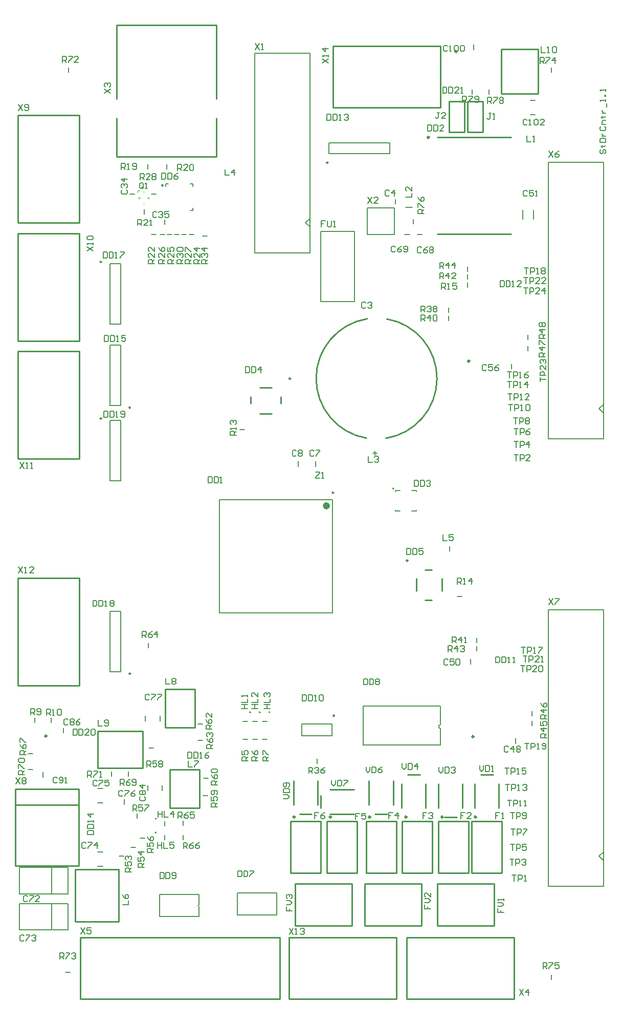
<source format=gto>
G04 Layer_Color=65535*
%FSLAX44Y44*%
%MOMM*%
G71*
G01*
G75*
%ADD65C,0.2000*%
%ADD66C,0.3000*%
%ADD69C,0.2540*%
%ADD114C,0.2500*%
%ADD115C,0.6000*%
%ADD116C,0.1500*%
%ADD117C,0.1200*%
%ADD118C,0.1778*%
D65*
X936000Y1158000D02*
G03*
X936000Y1158000I-1000J0D01*
G01*
X543000Y612000D02*
G03*
X543000Y612000I-1000J0D01*
G01*
Y589000D02*
G03*
X543000Y589000I-1000J0D01*
G01*
X699000Y788000D02*
G03*
X699000Y788000I-1000J0D01*
G01*
X715000D02*
G03*
X715000Y788000I-1000J0D01*
G01*
X731000D02*
G03*
X731000Y788000I-1000J0D01*
G01*
X676750Y469875D02*
G03*
X676750Y473125I0J1625D01*
G01*
X613250Y470125D02*
G03*
X613250Y466875I0J-1625D01*
G01*
X1013300Y767675D02*
G03*
X1013300Y761325I0J-3175D01*
G01*
X790000Y1597500D02*
X797000Y1604500D01*
X790000Y1597500D02*
X797000Y1590500D01*
X705600Y1548100D02*
X797000D01*
X705600Y1878300D02*
X797000D01*
X705600Y1548100D02*
Y1878300D01*
X797000Y1548100D02*
Y1878300D01*
X558750Y1662250D02*
X563000D01*
X558750Y1658000D02*
Y1662250D01*
X603250Y1617750D02*
Y1622000D01*
X599000Y1617750D02*
X603250D01*
X599000Y1662250D02*
X603250D01*
Y1658000D02*
Y1662250D01*
X966000Y1155000D02*
X973000D01*
Y1153000D02*
Y1155000D01*
X939000Y1121000D02*
X946000D01*
X939000D02*
Y1123000D01*
X966000Y1121000D02*
X973000D01*
Y1123000D01*
X939000Y1153000D02*
Y1155000D01*
X946000D01*
X553000Y659000D02*
Y667000D01*
X529000Y659000D02*
Y667000D01*
X446000Y638000D02*
X454000D01*
X446000Y662000D02*
X454000D01*
X446000Y533000D02*
X454000D01*
X446000Y557000D02*
X454000D01*
X370000Y488000D02*
Y532000D01*
X316000D02*
X320000D01*
X316000Y488000D02*
Y532000D01*
Y488000D02*
X320000D01*
X393000D02*
X397000D01*
Y532000D01*
X393000D02*
X397000D01*
X320000Y488000D02*
X393000D01*
X320000Y532000D02*
X393000D01*
X370000Y428000D02*
Y472000D01*
X316000D02*
X320000D01*
X316000Y428000D02*
Y472000D01*
Y428000D02*
X320000D01*
X393000D02*
X397000D01*
Y472000D01*
X393000D02*
X397000D01*
X320000Y428000D02*
X393000D01*
X320000Y472000D02*
X393000D01*
X466000Y1430000D02*
Y1530000D01*
X484000Y1430000D02*
Y1530000D01*
X466000D02*
X484000D01*
X466000Y1430000D02*
X484000D01*
Y1295000D02*
Y1395000D01*
X466000Y1295000D02*
Y1395000D01*
Y1295000D02*
X484000D01*
X466000Y1395000D02*
X484000D01*
X466000Y1171000D02*
Y1271000D01*
X484000Y1171000D02*
Y1271000D01*
X466000D02*
X484000D01*
X466000Y1171000D02*
X484000D01*
X525000Y774000D02*
Y782000D01*
X549000Y774000D02*
Y782000D01*
X647500Y1139500D02*
X834500D01*
X647500Y952500D02*
X834500D01*
Y1139500D01*
X647500Y952500D02*
Y1139500D01*
X784000Y749000D02*
Y769000D01*
X834000Y749000D02*
Y769000D01*
X784000Y749000D02*
X834000D01*
X784000Y769000D02*
X834000D01*
X892000Y1622000D02*
X937000D01*
X892000Y1578000D02*
Y1622000D01*
Y1578000D02*
X937000D01*
Y1622000D01*
X1283000Y1240600D02*
Y1697800D01*
X1191600Y1240600D02*
Y1697800D01*
X1283000D01*
X1191600Y1240600D02*
X1283000D01*
X1276000Y1290000D02*
X1283000Y1283000D01*
X1276000Y1290000D02*
X1283000Y1297000D01*
Y500600D02*
Y957800D01*
X1191600Y500600D02*
Y957800D01*
X1283000D01*
X1191600Y500600D02*
X1283000D01*
X1276000Y550000D02*
X1283000Y543000D01*
X1276000Y550000D02*
X1283000Y557000D01*
X484000Y855000D02*
Y955000D01*
X466000Y855000D02*
Y955000D01*
Y855000D02*
X484000D01*
X466000Y955000D02*
X484000D01*
X676750Y453350D02*
X742000D01*
X676750Y489650D02*
X742000D01*
X676750Y473125D02*
Y489650D01*
Y453350D02*
Y469875D01*
X742000Y453350D02*
Y489650D01*
X548000Y486650D02*
X613250D01*
X548000Y450350D02*
X613250D01*
Y466875D01*
Y470125D02*
Y486650D01*
X548000Y450350D02*
Y486650D01*
X1013300Y767675D02*
Y798150D01*
Y734000D02*
Y761325D01*
X885000Y734000D02*
X1013300D01*
X885000D02*
Y798150D01*
X1013300D01*
X829000Y1712000D02*
X929000D01*
X829000Y1730000D02*
X929000D01*
X829000Y1712000D02*
Y1730000D01*
X929000Y1712000D02*
Y1730000D01*
X815000Y1467000D02*
X871000D01*
Y1583000D01*
X815000D02*
X871000D01*
X815000Y1467000D02*
Y1583000D01*
X1162000Y1800000D02*
X1170000D01*
X1162000Y1776000D02*
X1170000D01*
X428003Y1551000D02*
X438000Y1557664D01*
X428003D02*
X438000Y1551000D01*
Y1560997D02*
Y1564329D01*
Y1562663D01*
X428003D01*
X429669Y1560997D01*
Y1569327D02*
X428003Y1570994D01*
Y1574326D01*
X429669Y1575992D01*
X436334D01*
X438000Y1574326D01*
Y1570994D01*
X436334Y1569327D01*
X429669D01*
X457003Y1812000D02*
X467000Y1818665D01*
X457003D02*
X467000Y1812000D01*
X458669Y1821997D02*
X457003Y1823663D01*
Y1826995D01*
X458669Y1828661D01*
X460336D01*
X462002Y1826995D01*
Y1825329D01*
Y1826995D01*
X463668Y1828661D01*
X465334D01*
X467000Y1826995D01*
Y1823663D01*
X465334Y1821997D01*
X578000Y1684000D02*
Y1693997D01*
X582998D01*
X584664Y1692331D01*
Y1688998D01*
X582998Y1687332D01*
X578000D01*
X581332D02*
X584664Y1684000D01*
X594661D02*
X587997D01*
X594661Y1690665D01*
Y1692331D01*
X592995Y1693997D01*
X589663D01*
X587997Y1692331D01*
X597994D02*
X599660Y1693997D01*
X602992D01*
X604658Y1692331D01*
Y1685666D01*
X602992Y1684000D01*
X599660D01*
X597994Y1685666D01*
Y1692331D01*
X485000Y1686000D02*
Y1695997D01*
X489998D01*
X491665Y1694331D01*
Y1690998D01*
X489998Y1689332D01*
X485000D01*
X488332D02*
X491665Y1686000D01*
X494997D02*
X498329D01*
X496663D01*
Y1695997D01*
X494997Y1694331D01*
X503327Y1687666D02*
X504994Y1686000D01*
X508326D01*
X509992Y1687666D01*
Y1694331D01*
X508326Y1695997D01*
X504994D01*
X503327Y1694331D01*
Y1692664D01*
X504994Y1690998D01*
X509992D01*
X986000Y1613000D02*
X976003D01*
Y1617998D01*
X977669Y1619664D01*
X981002D01*
X982668Y1617998D01*
Y1613000D01*
Y1616332D02*
X986000Y1619664D01*
X976003Y1622997D02*
Y1629661D01*
X977669D01*
X984334Y1622997D01*
X986000D01*
X976003Y1639658D02*
X977669Y1636326D01*
X981002Y1632994D01*
X984334D01*
X986000Y1634660D01*
Y1637992D01*
X984334Y1639658D01*
X982668D01*
X981002Y1637992D01*
Y1632994D01*
X938664Y1557331D02*
X936998Y1558997D01*
X933666D01*
X932000Y1557331D01*
Y1550666D01*
X933666Y1549000D01*
X936998D01*
X938664Y1550666D01*
X948661Y1558997D02*
X945329Y1557331D01*
X941997Y1553998D01*
Y1550666D01*
X943663Y1549000D01*
X946995D01*
X948661Y1550666D01*
Y1552332D01*
X946995Y1553998D01*
X941997D01*
X951993Y1550666D02*
X953660Y1549000D01*
X956992D01*
X958658Y1550666D01*
Y1557331D01*
X956992Y1558997D01*
X953660D01*
X951993Y1557331D01*
Y1555665D01*
X953660Y1553998D01*
X958658D01*
X981665Y1556331D02*
X979998Y1557997D01*
X976666D01*
X975000Y1556331D01*
Y1549666D01*
X976666Y1548000D01*
X979998D01*
X981665Y1549666D01*
X991661Y1557997D02*
X988329Y1556331D01*
X984997Y1552998D01*
Y1549666D01*
X986663Y1548000D01*
X989995D01*
X991661Y1549666D01*
Y1551332D01*
X989995Y1552998D01*
X984997D01*
X994994Y1556331D02*
X996660Y1557997D01*
X999992D01*
X1001658Y1556331D01*
Y1554664D01*
X999992Y1552998D01*
X1001658Y1551332D01*
Y1549666D01*
X999992Y1548000D01*
X996660D01*
X994994Y1549666D01*
Y1551332D01*
X996660Y1552998D01*
X994994Y1554664D01*
Y1556331D01*
X996660Y1552998D02*
X999992D01*
X1183000Y364000D02*
Y373997D01*
X1187998D01*
X1189665Y372331D01*
Y368998D01*
X1187998Y367332D01*
X1183000D01*
X1186332D02*
X1189665Y364000D01*
X1192997Y373997D02*
X1199661D01*
Y372331D01*
X1192997Y365666D01*
Y364000D01*
X1209658Y373997D02*
X1202994D01*
Y368998D01*
X1206326Y370664D01*
X1207992D01*
X1209658Y368998D01*
Y365666D01*
X1207992Y364000D01*
X1204660D01*
X1202994Y365666D01*
X1178000Y1861000D02*
Y1870997D01*
X1182998D01*
X1184665Y1869331D01*
Y1865998D01*
X1182998Y1864332D01*
X1178000D01*
X1181332D02*
X1184665Y1861000D01*
X1187997Y1870997D02*
X1194661D01*
Y1869331D01*
X1187997Y1862666D01*
Y1861000D01*
X1202992D02*
Y1870997D01*
X1197994Y1865998D01*
X1204658D01*
X383000Y380000D02*
Y389997D01*
X387998D01*
X389664Y388331D01*
Y384998D01*
X387998Y383332D01*
X383000D01*
X386332D02*
X389664Y380000D01*
X392997Y389997D02*
X399661D01*
Y388331D01*
X392997Y381666D01*
Y380000D01*
X402994Y388331D02*
X404660Y389997D01*
X407992D01*
X409658Y388331D01*
Y386665D01*
X407992Y384998D01*
X406326D01*
X407992D01*
X409658Y383332D01*
Y381666D01*
X407992Y380000D01*
X404660D01*
X402994Y381666D01*
X387350Y1862582D02*
Y1872579D01*
X392348D01*
X394015Y1870913D01*
Y1867580D01*
X392348Y1865914D01*
X387350D01*
X390682D02*
X394015Y1862582D01*
X397347Y1872579D02*
X404011D01*
Y1870913D01*
X397347Y1864248D01*
Y1862582D01*
X414008D02*
X407344D01*
X414008Y1869247D01*
Y1870913D01*
X412342Y1872579D01*
X409010D01*
X407344Y1870913D01*
X1151000Y1489997D02*
X1157664D01*
X1154332D01*
Y1480000D01*
X1160997D02*
Y1489997D01*
X1165995D01*
X1167661Y1488331D01*
Y1484998D01*
X1165995Y1483332D01*
X1160997D01*
X1177658Y1480000D02*
X1170994D01*
X1177658Y1486664D01*
Y1488331D01*
X1175992Y1489997D01*
X1172660D01*
X1170994Y1488331D01*
X1185989Y1480000D02*
Y1489997D01*
X1180990Y1484998D01*
X1187655D01*
X1178003Y1335000D02*
Y1341664D01*
Y1338332D01*
X1188000D01*
Y1344997D02*
X1178003D01*
Y1349995D01*
X1179669Y1351661D01*
X1183002D01*
X1184668Y1349995D01*
Y1344997D01*
X1188000Y1361658D02*
Y1354994D01*
X1181336Y1361658D01*
X1179669D01*
X1178003Y1359992D01*
Y1356660D01*
X1179669Y1354994D01*
Y1364990D02*
X1178003Y1366656D01*
Y1369989D01*
X1179669Y1371655D01*
X1181336D01*
X1183002Y1369989D01*
Y1368323D01*
Y1369989D01*
X1184668Y1371655D01*
X1186334D01*
X1188000Y1369989D01*
Y1366656D01*
X1186334Y1364990D01*
X1151000Y1506997D02*
X1157664D01*
X1154332D01*
Y1497000D01*
X1160997D02*
Y1506997D01*
X1165995D01*
X1167661Y1505331D01*
Y1501998D01*
X1165995Y1500332D01*
X1160997D01*
X1177658Y1497000D02*
X1170994D01*
X1177658Y1503665D01*
Y1505331D01*
X1175992Y1506997D01*
X1172660D01*
X1170994Y1505331D01*
X1187655Y1497000D02*
X1180990D01*
X1187655Y1503665D01*
Y1505331D01*
X1185989Y1506997D01*
X1182656D01*
X1180990Y1505331D01*
X1150000Y880997D02*
X1156665D01*
X1153332D01*
Y871000D01*
X1159997D02*
Y880997D01*
X1164995D01*
X1166661Y879331D01*
Y875998D01*
X1164995Y874332D01*
X1159997D01*
X1176658Y871000D02*
X1169994D01*
X1176658Y877664D01*
Y879331D01*
X1174992Y880997D01*
X1171660D01*
X1169994Y879331D01*
X1179990Y871000D02*
X1183323D01*
X1181656D01*
Y880997D01*
X1179990Y879331D01*
X889665Y1464331D02*
X887998Y1465997D01*
X884666D01*
X883000Y1464331D01*
Y1457666D01*
X884666Y1456000D01*
X887998D01*
X889665Y1457666D01*
X892997Y1464331D02*
X894663Y1465997D01*
X897995D01*
X899661Y1464331D01*
Y1462664D01*
X897995Y1460998D01*
X896329D01*
X897995D01*
X899661Y1459332D01*
Y1457666D01*
X897995Y1456000D01*
X894663D01*
X892997Y1457666D01*
X928664Y1650331D02*
X926998Y1651997D01*
X923666D01*
X922000Y1650331D01*
Y1643666D01*
X923666Y1642000D01*
X926998D01*
X928664Y1643666D01*
X936995Y1642000D02*
Y1651997D01*
X931997Y1646998D01*
X938661D01*
X803717Y1219911D02*
X802050Y1221577D01*
X798718D01*
X797052Y1219911D01*
Y1213246D01*
X798718Y1211580D01*
X802050D01*
X803717Y1213246D01*
X807049Y1221577D02*
X813713D01*
Y1219911D01*
X807049Y1213246D01*
Y1211580D01*
X774761Y1219911D02*
X773094Y1221577D01*
X769762D01*
X768096Y1219911D01*
Y1213246D01*
X769762Y1211580D01*
X773094D01*
X774761Y1213246D01*
X778093Y1219911D02*
X779759Y1221577D01*
X783091D01*
X784757Y1219911D01*
Y1218244D01*
X783091Y1216578D01*
X784757Y1214912D01*
Y1213246D01*
X783091Y1211580D01*
X779759D01*
X778093Y1213246D01*
Y1214912D01*
X779759Y1216578D01*
X778093Y1218244D01*
Y1219911D01*
X779759Y1216578D02*
X783091D01*
X486669Y1651664D02*
X485003Y1649998D01*
Y1646666D01*
X486669Y1645000D01*
X493334D01*
X495000Y1646666D01*
Y1649998D01*
X493334Y1651664D01*
X486669Y1654997D02*
X485003Y1656663D01*
Y1659995D01*
X486669Y1661661D01*
X488335D01*
X490002Y1659995D01*
Y1658329D01*
Y1659995D01*
X491668Y1661661D01*
X493334D01*
X495000Y1659995D01*
Y1656663D01*
X493334Y1654997D01*
X495000Y1669992D02*
X485003D01*
X490002Y1664994D01*
Y1671658D01*
X543665Y1614331D02*
X541998Y1615997D01*
X538666D01*
X537000Y1614331D01*
Y1607666D01*
X538666Y1606000D01*
X541998D01*
X543665Y1607666D01*
X546997Y1614331D02*
X548663Y1615997D01*
X551995D01*
X553661Y1614331D01*
Y1612664D01*
X551995Y1610998D01*
X550329D01*
X551995D01*
X553661Y1609332D01*
Y1607666D01*
X551995Y1606000D01*
X548663D01*
X546997Y1607666D01*
X563658Y1615997D02*
X556994D01*
Y1610998D01*
X560326Y1612664D01*
X561992D01*
X563658Y1610998D01*
Y1607666D01*
X561992Y1606000D01*
X558660D01*
X556994Y1607666D01*
X1125665Y730331D02*
X1123998Y731997D01*
X1120666D01*
X1119000Y730331D01*
Y723666D01*
X1120666Y722000D01*
X1123998D01*
X1125665Y723666D01*
X1133995Y722000D02*
Y731997D01*
X1128997Y726998D01*
X1135661D01*
X1138994Y730331D02*
X1140660Y731997D01*
X1143992D01*
X1145658Y730331D01*
Y728664D01*
X1143992Y726998D01*
X1145658Y725332D01*
Y723666D01*
X1143992Y722000D01*
X1140660D01*
X1138994Y723666D01*
Y725332D01*
X1140660Y726998D01*
X1138994Y728664D01*
Y730331D01*
X1140660Y726998D02*
X1143992D01*
X1025661Y874723D02*
X1023995Y876389D01*
X1020662D01*
X1018996Y874723D01*
Y868058D01*
X1020662Y866392D01*
X1023995D01*
X1025661Y868058D01*
X1035658Y876389D02*
X1028993D01*
Y871391D01*
X1032325Y873057D01*
X1033991D01*
X1035658Y871391D01*
Y868058D01*
X1033991Y866392D01*
X1030659D01*
X1028993Y868058D01*
X1038990Y874723D02*
X1040656Y876389D01*
X1043988D01*
X1045654Y874723D01*
Y868058D01*
X1043988Y866392D01*
X1040656D01*
X1038990Y868058D01*
Y874723D01*
X1156936Y1649647D02*
X1155270Y1651313D01*
X1151938D01*
X1150272Y1649647D01*
Y1642982D01*
X1151938Y1641316D01*
X1155270D01*
X1156936Y1642982D01*
X1166933Y1651313D02*
X1160269D01*
Y1646314D01*
X1163601Y1647980D01*
X1165267D01*
X1166933Y1646314D01*
Y1642982D01*
X1165267Y1641316D01*
X1161935D01*
X1160269Y1642982D01*
X1170266Y1641316D02*
X1173598D01*
X1171932D01*
Y1651313D01*
X1170266Y1649647D01*
X1089665Y1361331D02*
X1087998Y1362997D01*
X1084666D01*
X1083000Y1361331D01*
Y1354666D01*
X1084666Y1353000D01*
X1087998D01*
X1089665Y1354666D01*
X1099661Y1362997D02*
X1092997D01*
Y1357998D01*
X1096329Y1359664D01*
X1097995D01*
X1099661Y1357998D01*
Y1354666D01*
X1097995Y1353000D01*
X1094663D01*
X1092997Y1354666D01*
X1109658Y1362997D02*
X1106326Y1361331D01*
X1102994Y1357998D01*
Y1354666D01*
X1104660Y1353000D01*
X1107992D01*
X1109658Y1354666D01*
Y1356332D01*
X1107992Y1357998D01*
X1102994D01*
X329664Y483331D02*
X327998Y484997D01*
X324666D01*
X323000Y483331D01*
Y476666D01*
X324666Y475000D01*
X327998D01*
X329664Y476666D01*
X332997Y484997D02*
X339661D01*
Y483331D01*
X332997Y476666D01*
Y475000D01*
X349658D02*
X342994D01*
X349658Y481665D01*
Y483331D01*
X347992Y484997D01*
X344660D01*
X342994Y483331D01*
X323665Y418331D02*
X321998Y419997D01*
X318666D01*
X317000Y418331D01*
Y411666D01*
X318666Y410000D01*
X321998D01*
X323665Y411666D01*
X326997Y419997D02*
X333661D01*
Y418331D01*
X326997Y411666D01*
Y410000D01*
X336994Y418331D02*
X338660Y419997D01*
X341992D01*
X343658Y418331D01*
Y416665D01*
X341992Y414998D01*
X340326D01*
X341992D01*
X343658Y413332D01*
Y411666D01*
X341992Y410000D01*
X338660D01*
X336994Y411666D01*
X426665Y571331D02*
X424998Y572997D01*
X421666D01*
X420000Y571331D01*
Y564666D01*
X421666Y563000D01*
X424998D01*
X426665Y564666D01*
X429997Y572997D02*
X436661D01*
Y571331D01*
X429997Y564666D01*
Y563000D01*
X444992D02*
Y572997D01*
X439994Y567998D01*
X446658D01*
X444664Y674331D02*
X442998Y675997D01*
X439666D01*
X438000Y674331D01*
Y667666D01*
X439666Y666000D01*
X442998D01*
X444664Y667666D01*
X447997Y675997D02*
X454661D01*
Y674331D01*
X447997Y667666D01*
Y666000D01*
X464658Y675997D02*
X457994D01*
Y670998D01*
X461326Y672664D01*
X462992D01*
X464658Y670998D01*
Y667666D01*
X462992Y666000D01*
X459660D01*
X457994Y667666D01*
X487664Y657331D02*
X485998Y658997D01*
X482666D01*
X481000Y657331D01*
Y650666D01*
X482666Y649000D01*
X485998D01*
X487664Y650666D01*
X490997Y658997D02*
X497661D01*
Y657331D01*
X490997Y650666D01*
Y649000D01*
X507658Y658997D02*
X504326Y657331D01*
X500994Y653998D01*
Y650666D01*
X502660Y649000D01*
X505992D01*
X507658Y650666D01*
Y652332D01*
X505992Y653998D01*
X500994D01*
X531683Y816559D02*
X530016Y818225D01*
X526684D01*
X525018Y816559D01*
Y809894D01*
X526684Y808228D01*
X530016D01*
X531683Y809894D01*
X535015Y818225D02*
X541679D01*
Y816559D01*
X535015Y809894D01*
Y808228D01*
X545012Y818225D02*
X551676D01*
Y816559D01*
X545012Y809894D01*
Y808228D01*
X516669Y648664D02*
X515003Y646998D01*
Y643666D01*
X516669Y642000D01*
X523334D01*
X525000Y643666D01*
Y646998D01*
X523334Y648664D01*
X516669Y651997D02*
X515003Y653663D01*
Y656995D01*
X516669Y658661D01*
X518335D01*
X520002Y656995D01*
X521668Y658661D01*
X523334D01*
X525000Y656995D01*
Y653663D01*
X523334Y651997D01*
X521668D01*
X520002Y653663D01*
X518335Y651997D01*
X516669D01*
X520002Y653663D02*
Y656995D01*
X525000Y666992D02*
X515003D01*
X520002Y661994D01*
Y668658D01*
X396665Y775331D02*
X394998Y776997D01*
X391666D01*
X390000Y775331D01*
Y768666D01*
X391666Y767000D01*
X394998D01*
X396665Y768666D01*
X399997Y775331D02*
X401663Y776997D01*
X404995D01*
X406661Y775331D01*
Y773664D01*
X404995Y771998D01*
X406661Y770332D01*
Y768666D01*
X404995Y767000D01*
X401663D01*
X399997Y768666D01*
Y770332D01*
X401663Y771998D01*
X399997Y773664D01*
Y775331D01*
X401663Y771998D02*
X404995D01*
X416658Y776997D02*
X413326Y775331D01*
X409994Y771998D01*
Y768666D01*
X411660Y767000D01*
X414992D01*
X416658Y768666D01*
Y770332D01*
X414992Y771998D01*
X409994D01*
X378665Y679331D02*
X376998Y680997D01*
X373666D01*
X372000Y679331D01*
Y672666D01*
X373666Y671000D01*
X376998D01*
X378665Y672666D01*
X381997D02*
X383663Y671000D01*
X386995D01*
X388661Y672666D01*
Y679331D01*
X386995Y680997D01*
X383663D01*
X381997Y679331D01*
Y677664D01*
X383663Y675998D01*
X388661D01*
X391994Y671000D02*
X395326D01*
X393660D01*
Y680997D01*
X391994Y679331D01*
X628650Y1177381D02*
Y1167384D01*
X633648D01*
X635314Y1169050D01*
Y1175715D01*
X633648Y1177381D01*
X628650D01*
X638647D02*
Y1167384D01*
X643645D01*
X645311Y1169050D01*
Y1175715D01*
X643645Y1177381D01*
X638647D01*
X648644Y1167384D02*
X651976D01*
X650310D01*
Y1177381D01*
X648644Y1175715D01*
X690880Y1359753D02*
Y1349756D01*
X695878D01*
X697544Y1351422D01*
Y1358087D01*
X695878Y1359753D01*
X690880D01*
X700877D02*
Y1349756D01*
X705875D01*
X707541Y1351422D01*
Y1358087D01*
X705875Y1359753D01*
X700877D01*
X715872Y1349756D02*
Y1359753D01*
X710874Y1354754D01*
X717538D01*
X957326Y1058763D02*
Y1048766D01*
X962324D01*
X963990Y1050432D01*
Y1057097D01*
X962324Y1058763D01*
X957326D01*
X967323D02*
Y1048766D01*
X972321D01*
X973987Y1050432D01*
Y1057097D01*
X972321Y1058763D01*
X967323D01*
X983984D02*
X977320D01*
Y1053764D01*
X980652Y1055431D01*
X982318D01*
X983984Y1053764D01*
Y1050432D01*
X982318Y1048766D01*
X978986D01*
X977320Y1050432D01*
X552000Y1679997D02*
Y1670000D01*
X556998D01*
X558665Y1671666D01*
Y1678331D01*
X556998Y1679997D01*
X552000D01*
X561997D02*
Y1670000D01*
X566995D01*
X568661Y1671666D01*
Y1678331D01*
X566995Y1679997D01*
X561997D01*
X578658D02*
X575326Y1678331D01*
X571994Y1674998D01*
Y1671666D01*
X573660Y1670000D01*
X576992D01*
X578658Y1671666D01*
Y1673332D01*
X576992Y1674998D01*
X571994D01*
X784606Y816701D02*
Y806704D01*
X789604D01*
X791271Y808370D01*
Y815035D01*
X789604Y816701D01*
X784606D01*
X794603D02*
Y806704D01*
X799601D01*
X801267Y808370D01*
Y815035D01*
X799601Y816701D01*
X794603D01*
X804600Y806704D02*
X807932D01*
X806266D01*
Y816701D01*
X804600Y815035D01*
X812930D02*
X814596Y816701D01*
X817929D01*
X819595Y815035D01*
Y808370D01*
X817929Y806704D01*
X814596D01*
X812930Y808370D01*
Y815035D01*
X684003Y794000D02*
X694000D01*
X689002D01*
Y800665D01*
X684003D01*
X694000D01*
X684003Y803997D02*
X694000D01*
Y810661D01*
Y813994D02*
Y817326D01*
Y815660D01*
X684003D01*
X685669Y813994D01*
X701003Y794000D02*
X711000D01*
X706002D01*
Y800665D01*
X701003D01*
X711000D01*
X701003Y803997D02*
X711000D01*
Y810661D01*
Y820658D02*
Y813994D01*
X704335Y820658D01*
X702669D01*
X701003Y818992D01*
Y815660D01*
X702669Y813994D01*
X721003Y794000D02*
X731000D01*
X726002D01*
Y800665D01*
X721003D01*
X731000D01*
X721003Y803997D02*
X731000D01*
Y810661D01*
X722669Y813994D02*
X721003Y815660D01*
Y818992D01*
X722669Y820658D01*
X724335D01*
X726002Y818992D01*
Y817326D01*
Y818992D01*
X727668Y820658D01*
X729334D01*
X731000Y818992D01*
Y815660D01*
X729334Y813994D01*
X546000Y624997D02*
Y615000D01*
Y619998D01*
X552664D01*
Y624997D01*
Y615000D01*
X555997Y624997D02*
Y615000D01*
X562661D01*
X570992D02*
Y624997D01*
X565994Y619998D01*
X572658D01*
X545000Y572997D02*
Y563000D01*
Y567998D01*
X551665D01*
Y572997D01*
Y563000D01*
X554997Y572997D02*
Y563000D01*
X561661D01*
X571658Y572997D02*
X564994D01*
Y567998D01*
X568326Y569664D01*
X569992D01*
X571658Y567998D01*
Y564666D01*
X569992Y563000D01*
X566660D01*
X564994Y564666D01*
X956003Y1640000D02*
X966000D01*
Y1646664D01*
Y1656661D02*
Y1649997D01*
X959335Y1656661D01*
X957669D01*
X956003Y1654995D01*
Y1651663D01*
X957669Y1649997D01*
X1017270Y1081623D02*
Y1071626D01*
X1023934D01*
X1033931Y1081623D02*
X1027267D01*
Y1076624D01*
X1030599Y1078290D01*
X1032265D01*
X1033931Y1076624D01*
Y1073292D01*
X1032265Y1071626D01*
X1028933D01*
X1027267Y1073292D01*
X521665Y1655666D02*
Y1662331D01*
X519998Y1663997D01*
X516666D01*
X515000Y1662331D01*
Y1655666D01*
X516666Y1654000D01*
X519998D01*
X518332Y1657332D02*
X521665Y1654000D01*
X519998D02*
X521665Y1655666D01*
X524997Y1654000D02*
X528329D01*
X526663D01*
Y1663997D01*
X524997Y1662331D01*
X695000Y708000D02*
X685003D01*
Y712998D01*
X686669Y714665D01*
X690002D01*
X691668Y712998D01*
Y708000D01*
Y711332D02*
X695000Y714665D01*
X685003Y724661D02*
Y717997D01*
X690002D01*
X688335Y721329D01*
Y722995D01*
X690002Y724661D01*
X693334D01*
X695000Y722995D01*
Y719663D01*
X693334Y717997D01*
X711000Y708000D02*
X701003D01*
Y712998D01*
X702669Y714665D01*
X706002D01*
X707668Y712998D01*
Y708000D01*
Y711332D02*
X711000Y714665D01*
X701003Y724661D02*
X702669Y721329D01*
X706002Y717997D01*
X709334D01*
X711000Y719663D01*
Y722995D01*
X709334Y724661D01*
X707668D01*
X706002Y722995D01*
Y717997D01*
X729000Y708000D02*
X719003D01*
Y712998D01*
X720669Y714665D01*
X724002D01*
X725668Y712998D01*
Y708000D01*
Y711332D02*
X729000Y714665D01*
X719003Y717997D02*
Y724661D01*
X720669D01*
X727334Y717997D01*
X729000D01*
X335000Y784000D02*
Y793997D01*
X339998D01*
X341665Y792331D01*
Y788998D01*
X339998Y787332D01*
X335000D01*
X338332D02*
X341665Y784000D01*
X344997Y785666D02*
X346663Y784000D01*
X349995D01*
X351661Y785666D01*
Y792331D01*
X349995Y793997D01*
X346663D01*
X344997Y792331D01*
Y790665D01*
X346663Y788998D01*
X351661D01*
X361000Y783000D02*
Y792997D01*
X365998D01*
X367664Y791331D01*
Y787998D01*
X365998Y786332D01*
X361000D01*
X364332D02*
X367664Y783000D01*
X370997D02*
X374329D01*
X372663D01*
Y792997D01*
X370997Y791331D01*
X379327D02*
X380994Y792997D01*
X384326D01*
X385992Y791331D01*
Y784666D01*
X384326Y783000D01*
X380994D01*
X379327Y784666D01*
Y791331D01*
X675000Y1246000D02*
X665003D01*
Y1250998D01*
X666669Y1252664D01*
X670002D01*
X671668Y1250998D01*
Y1246000D01*
Y1249332D02*
X675000Y1252664D01*
Y1255997D02*
Y1259329D01*
Y1257663D01*
X665003D01*
X666669Y1255997D01*
Y1264327D02*
X665003Y1265994D01*
Y1269326D01*
X666669Y1270992D01*
X668335D01*
X670002Y1269326D01*
Y1267660D01*
Y1269326D01*
X671668Y1270992D01*
X673334D01*
X675000Y1269326D01*
Y1265994D01*
X673334Y1264327D01*
X1041496Y999790D02*
Y1009787D01*
X1046494D01*
X1048160Y1008121D01*
Y1004788D01*
X1046494Y1003122D01*
X1041496D01*
X1044828D02*
X1048160Y999790D01*
X1051493D02*
X1054825D01*
X1053159D01*
Y1009787D01*
X1051493Y1008121D01*
X1064822Y999790D02*
Y1009787D01*
X1059823Y1004788D01*
X1066488D01*
X1015000Y1488000D02*
Y1497997D01*
X1019998D01*
X1021665Y1496331D01*
Y1492998D01*
X1019998Y1491332D01*
X1015000D01*
X1018332D02*
X1021665Y1488000D01*
X1024997D02*
X1028329D01*
X1026663D01*
Y1497997D01*
X1024997Y1496331D01*
X1039992Y1497997D02*
X1033327D01*
Y1492998D01*
X1036660Y1494664D01*
X1038326D01*
X1039992Y1492998D01*
Y1489666D01*
X1038326Y1488000D01*
X1034994D01*
X1033327Y1489666D01*
X512000Y1593000D02*
Y1602997D01*
X516998D01*
X518665Y1601331D01*
Y1597998D01*
X516998Y1596332D01*
X512000D01*
X515332D02*
X518665Y1593000D01*
X528661D02*
X521997D01*
X528661Y1599664D01*
Y1601331D01*
X526995Y1602997D01*
X523663D01*
X521997Y1601331D01*
X531994Y1593000D02*
X535326D01*
X533660D01*
Y1602997D01*
X531994Y1601331D01*
X540000Y1530000D02*
X530003D01*
Y1534998D01*
X531669Y1536664D01*
X535002D01*
X536668Y1534998D01*
Y1530000D01*
Y1533332D02*
X540000Y1536664D01*
Y1546661D02*
Y1539997D01*
X533335Y1546661D01*
X531669D01*
X530003Y1544995D01*
Y1541663D01*
X531669Y1539997D01*
X540000Y1556658D02*
Y1549993D01*
X533335Y1556658D01*
X531669D01*
X530003Y1554992D01*
Y1551660D01*
X531669Y1549993D01*
X615000Y1530000D02*
X605003D01*
Y1534998D01*
X606669Y1536664D01*
X610002D01*
X611668Y1534998D01*
Y1530000D01*
Y1533332D02*
X615000Y1536664D01*
Y1546661D02*
Y1539997D01*
X608335Y1546661D01*
X606669D01*
X605003Y1544995D01*
Y1541663D01*
X606669Y1539997D01*
X615000Y1554992D02*
X605003D01*
X610002Y1549993D01*
Y1556658D01*
X572000Y1530000D02*
X562003D01*
Y1534998D01*
X563669Y1536664D01*
X567002D01*
X568668Y1534998D01*
Y1530000D01*
Y1533332D02*
X572000Y1536664D01*
Y1546661D02*
Y1539997D01*
X565336Y1546661D01*
X563669D01*
X562003Y1544995D01*
Y1541663D01*
X563669Y1539997D01*
X562003Y1556658D02*
Y1549993D01*
X567002D01*
X565336Y1553326D01*
Y1554992D01*
X567002Y1556658D01*
X570334D01*
X572000Y1554992D01*
Y1551660D01*
X570334Y1549993D01*
X557000Y1530000D02*
X547003D01*
Y1534998D01*
X548669Y1536664D01*
X552002D01*
X553668Y1534998D01*
Y1530000D01*
Y1533332D02*
X557000Y1536664D01*
Y1546661D02*
Y1539997D01*
X550336Y1546661D01*
X548669D01*
X547003Y1544995D01*
Y1541663D01*
X548669Y1539997D01*
X547003Y1556658D02*
X548669Y1553326D01*
X552002Y1549993D01*
X555334D01*
X557000Y1551660D01*
Y1554992D01*
X555334Y1556658D01*
X553668D01*
X552002Y1554992D01*
Y1549993D01*
X601000Y1530000D02*
X591003D01*
Y1534998D01*
X592669Y1536664D01*
X596002D01*
X597668Y1534998D01*
Y1530000D01*
Y1533332D02*
X601000Y1536664D01*
Y1546661D02*
Y1539997D01*
X594336Y1546661D01*
X592669D01*
X591003Y1544995D01*
Y1541663D01*
X592669Y1539997D01*
X591003Y1549993D02*
Y1556658D01*
X592669D01*
X599334Y1549993D01*
X601000D01*
X516000Y1669000D02*
Y1678997D01*
X520998D01*
X522664Y1677331D01*
Y1673998D01*
X520998Y1672332D01*
X516000D01*
X519332D02*
X522664Y1669000D01*
X532661D02*
X525997D01*
X532661Y1675665D01*
Y1677331D01*
X530995Y1678997D01*
X527663D01*
X525997Y1677331D01*
X535994D02*
X537660Y1678997D01*
X540992D01*
X542658Y1677331D01*
Y1675665D01*
X540992Y1673998D01*
X542658Y1672332D01*
Y1670666D01*
X540992Y1669000D01*
X537660D01*
X535994Y1670666D01*
Y1672332D01*
X537660Y1673998D01*
X535994Y1675665D01*
Y1677331D01*
X537660Y1673998D02*
X540992D01*
X587000Y1530000D02*
X577003D01*
Y1534998D01*
X578669Y1536664D01*
X582002D01*
X583668Y1534998D01*
Y1530000D01*
Y1533332D02*
X587000Y1536664D01*
X578669Y1539997D02*
X577003Y1541663D01*
Y1544995D01*
X578669Y1546661D01*
X580336D01*
X582002Y1544995D01*
Y1543329D01*
Y1544995D01*
X583668Y1546661D01*
X585334D01*
X587000Y1544995D01*
Y1541663D01*
X585334Y1539997D01*
X578669Y1549993D02*
X577003Y1551660D01*
Y1554992D01*
X578669Y1556658D01*
X585334D01*
X587000Y1554992D01*
Y1551660D01*
X585334Y1549993D01*
X578669D01*
X628000Y1530000D02*
X618003D01*
Y1534998D01*
X619669Y1536664D01*
X623002D01*
X624668Y1534998D01*
Y1530000D01*
Y1533332D02*
X628000Y1536664D01*
X619669Y1539997D02*
X618003Y1541663D01*
Y1544995D01*
X619669Y1546661D01*
X621335D01*
X623002Y1544995D01*
Y1543329D01*
Y1544995D01*
X624668Y1546661D01*
X626334D01*
X628000Y1544995D01*
Y1541663D01*
X626334Y1539997D01*
X628000Y1554992D02*
X618003D01*
X623002Y1549993D01*
Y1556658D01*
X795181Y687146D02*
Y697143D01*
X800179D01*
X801845Y695477D01*
Y692144D01*
X800179Y690478D01*
X795181D01*
X798513D02*
X801845Y687146D01*
X805178Y695477D02*
X806844Y697143D01*
X810176D01*
X811842Y695477D01*
Y693811D01*
X810176Y692144D01*
X808510D01*
X810176D01*
X811842Y690478D01*
Y688812D01*
X810176Y687146D01*
X806844D01*
X805178Y688812D01*
X821839Y697143D02*
X818507Y695477D01*
X815174Y692144D01*
Y688812D01*
X816841Y687146D01*
X820173D01*
X821839Y688812D01*
Y690478D01*
X820173Y692144D01*
X815174D01*
X981000Y1450000D02*
Y1459997D01*
X985998D01*
X987664Y1458331D01*
Y1454998D01*
X985998Y1453332D01*
X981000D01*
X984332D02*
X987664Y1450000D01*
X990997Y1458331D02*
X992663Y1459997D01*
X995995D01*
X997661Y1458331D01*
Y1456664D01*
X995995Y1454998D01*
X994329D01*
X995995D01*
X997661Y1453332D01*
Y1451666D01*
X995995Y1450000D01*
X992663D01*
X990997Y1451666D01*
X1000994Y1458331D02*
X1002660Y1459997D01*
X1005992D01*
X1007658Y1458331D01*
Y1456664D01*
X1005992Y1454998D01*
X1007658Y1453332D01*
Y1451666D01*
X1005992Y1450000D01*
X1002660D01*
X1000994Y1451666D01*
Y1453332D01*
X1002660Y1454998D01*
X1000994Y1456664D01*
Y1458331D01*
X1002660Y1454998D02*
X1005992D01*
X981000Y1435000D02*
Y1444997D01*
X985998D01*
X987664Y1443331D01*
Y1439998D01*
X985998Y1438332D01*
X981000D01*
X984332D02*
X987664Y1435000D01*
X995995D02*
Y1444997D01*
X990997Y1439998D01*
X997661D01*
X1000994Y1443331D02*
X1002660Y1444997D01*
X1005992D01*
X1007658Y1443331D01*
Y1436666D01*
X1005992Y1435000D01*
X1002660D01*
X1000994Y1436666D01*
Y1443331D01*
X1033000Y903000D02*
Y912997D01*
X1037998D01*
X1039665Y911331D01*
Y907998D01*
X1037998Y906332D01*
X1033000D01*
X1036332D02*
X1039665Y903000D01*
X1047995D02*
Y912997D01*
X1042997Y907998D01*
X1049661D01*
X1052994Y903000D02*
X1056326D01*
X1054660D01*
Y912997D01*
X1052994Y911331D01*
X1012000Y1505000D02*
Y1514997D01*
X1016998D01*
X1018664Y1513331D01*
Y1509998D01*
X1016998Y1508332D01*
X1012000D01*
X1015332D02*
X1018664Y1505000D01*
X1026995D02*
Y1514997D01*
X1021997Y1509998D01*
X1028661D01*
X1038658Y1505000D02*
X1031994D01*
X1038658Y1511664D01*
Y1513331D01*
X1036992Y1514997D01*
X1033660D01*
X1031994Y1513331D01*
X1026000Y888000D02*
Y897997D01*
X1030998D01*
X1032664Y896331D01*
Y892998D01*
X1030998Y891332D01*
X1026000D01*
X1029332D02*
X1032664Y888000D01*
X1040995D02*
Y897997D01*
X1035997Y892998D01*
X1042661D01*
X1045994Y896331D02*
X1047660Y897997D01*
X1050992D01*
X1052658Y896331D01*
Y894665D01*
X1050992Y892998D01*
X1049326D01*
X1050992D01*
X1052658Y891332D01*
Y889666D01*
X1050992Y888000D01*
X1047660D01*
X1045994Y889666D01*
X1012000Y1522000D02*
Y1531997D01*
X1016998D01*
X1018664Y1530331D01*
Y1526998D01*
X1016998Y1525332D01*
X1012000D01*
X1015332D02*
X1018664Y1522000D01*
X1026995D02*
Y1531997D01*
X1021997Y1526998D01*
X1028661D01*
X1036992Y1522000D02*
Y1531997D01*
X1031994Y1526998D01*
X1038658D01*
X1189000Y746000D02*
X1179003D01*
Y750998D01*
X1180669Y752664D01*
X1184002D01*
X1185668Y750998D01*
Y746000D01*
Y749332D02*
X1189000Y752664D01*
Y760995D02*
X1179003D01*
X1184002Y755997D01*
Y762661D01*
X1179003Y772658D02*
Y765994D01*
X1184002D01*
X1182336Y769326D01*
Y770992D01*
X1184002Y772658D01*
X1187334D01*
X1189000Y770992D01*
Y767660D01*
X1187334Y765994D01*
X1189000Y777000D02*
X1179003D01*
Y781998D01*
X1180669Y783664D01*
X1184002D01*
X1185668Y781998D01*
Y777000D01*
Y780332D02*
X1189000Y783664D01*
Y791995D02*
X1179003D01*
X1184002Y786997D01*
Y793661D01*
X1179003Y803658D02*
X1180669Y800326D01*
X1184002Y796994D01*
X1187334D01*
X1189000Y798660D01*
Y801992D01*
X1187334Y803658D01*
X1185668D01*
X1184002Y801992D01*
Y796994D01*
X1187000Y1376000D02*
X1177003D01*
Y1380998D01*
X1178669Y1382664D01*
X1182002D01*
X1183668Y1380998D01*
Y1376000D01*
Y1379332D02*
X1187000Y1382664D01*
Y1390995D02*
X1177003D01*
X1182002Y1385997D01*
Y1392661D01*
X1177003Y1395994D02*
Y1402658D01*
X1178669D01*
X1185334Y1395994D01*
X1187000D01*
Y1406000D02*
X1177003D01*
Y1410998D01*
X1178669Y1412664D01*
X1182002D01*
X1183668Y1410998D01*
Y1406000D01*
Y1409332D02*
X1187000Y1412664D01*
Y1420995D02*
X1177003D01*
X1182002Y1415997D01*
Y1422661D01*
X1178669Y1425994D02*
X1177003Y1427660D01*
Y1430992D01*
X1178669Y1432658D01*
X1180335D01*
X1182002Y1430992D01*
X1183668Y1432658D01*
X1185334D01*
X1187000Y1430992D01*
Y1427660D01*
X1185334Y1425994D01*
X1183668D01*
X1182002Y1427660D01*
X1180335Y1425994D01*
X1178669D01*
X1182002Y1427660D02*
Y1430992D01*
X502000Y524000D02*
X492003D01*
Y528998D01*
X493669Y530664D01*
X497002D01*
X498668Y528998D01*
Y524000D01*
Y527332D02*
X502000Y530664D01*
X492003Y540661D02*
Y533997D01*
X497002D01*
X495336Y537329D01*
Y538995D01*
X497002Y540661D01*
X500334D01*
X502000Y538995D01*
Y535663D01*
X500334Y533997D01*
X493669Y543994D02*
X492003Y545660D01*
Y548992D01*
X493669Y550658D01*
X495336D01*
X497002Y548992D01*
Y547326D01*
Y548992D01*
X498668Y550658D01*
X500334D01*
X502000Y548992D01*
Y545660D01*
X500334Y543994D01*
X523000Y532000D02*
X513003D01*
Y536998D01*
X514669Y538665D01*
X518002D01*
X519668Y536998D01*
Y532000D01*
Y535332D02*
X523000Y538665D01*
X513003Y548661D02*
Y541997D01*
X518002D01*
X516335Y545329D01*
Y546995D01*
X518002Y548661D01*
X521334D01*
X523000Y546995D01*
Y543663D01*
X521334Y541997D01*
X523000Y556992D02*
X513003D01*
X518002Y551994D01*
Y558658D01*
X538000Y556000D02*
X528003D01*
Y560998D01*
X529669Y562664D01*
X533002D01*
X534668Y560998D01*
Y556000D01*
Y559332D02*
X538000Y562664D01*
X528003Y572661D02*
Y565997D01*
X533002D01*
X531335Y569329D01*
Y570995D01*
X533002Y572661D01*
X536334D01*
X538000Y570995D01*
Y567663D01*
X536334Y565997D01*
X528003Y582658D02*
X529669Y579326D01*
X533002Y575994D01*
X536334D01*
X538000Y577660D01*
Y580992D01*
X536334Y582658D01*
X534668D01*
X533002Y580992D01*
Y575994D01*
X504000Y625000D02*
Y634997D01*
X508998D01*
X510664Y633331D01*
Y629998D01*
X508998Y628332D01*
X504000D01*
X507332D02*
X510664Y625000D01*
X520661Y634997D02*
X513997D01*
Y629998D01*
X517329Y631665D01*
X518995D01*
X520661Y629998D01*
Y626666D01*
X518995Y625000D01*
X515663D01*
X513997Y626666D01*
X523994Y634997D02*
X530658D01*
Y633331D01*
X523994Y626666D01*
Y625000D01*
X527000Y698000D02*
Y707997D01*
X531998D01*
X533665Y706331D01*
Y702998D01*
X531998Y701332D01*
X527000D01*
X530332D02*
X533665Y698000D01*
X543661Y707997D02*
X536997D01*
Y702998D01*
X540329Y704665D01*
X541995D01*
X543661Y702998D01*
Y699666D01*
X541995Y698000D01*
X538663D01*
X536997Y699666D01*
X546994Y706331D02*
X548660Y707997D01*
X551992D01*
X553658Y706331D01*
Y704665D01*
X551992Y702998D01*
X553658Y701332D01*
Y699666D01*
X551992Y698000D01*
X548660D01*
X546994Y699666D01*
Y701332D01*
X548660Y702998D01*
X546994Y704665D01*
Y706331D01*
X548660Y702998D02*
X551992D01*
X644000Y632000D02*
X634003D01*
Y636998D01*
X635669Y638665D01*
X639002D01*
X640668Y636998D01*
Y632000D01*
Y635332D02*
X644000Y638665D01*
X634003Y648661D02*
Y641997D01*
X639002D01*
X637336Y645329D01*
Y646995D01*
X639002Y648661D01*
X642334D01*
X644000Y646995D01*
Y643663D01*
X642334Y641997D01*
Y651994D02*
X644000Y653660D01*
Y656992D01*
X642334Y658658D01*
X635669D01*
X634003Y656992D01*
Y653660D01*
X635669Y651994D01*
X637336D01*
X639002Y653660D01*
Y658658D01*
X644000Y668000D02*
X634003D01*
Y672998D01*
X635669Y674665D01*
X639002D01*
X640668Y672998D01*
Y668000D01*
Y671332D02*
X644000Y674665D01*
X634003Y684661D02*
X635669Y681329D01*
X639002Y677997D01*
X642334D01*
X644000Y679663D01*
Y682995D01*
X642334Y684661D01*
X640668D01*
X639002Y682995D01*
Y677997D01*
X635669Y687994D02*
X634003Y689660D01*
Y692992D01*
X635669Y694658D01*
X642334D01*
X644000Y692992D01*
Y689660D01*
X642334Y687994D01*
X635669D01*
X635000Y760000D02*
X625003D01*
Y764998D01*
X626669Y766665D01*
X630002D01*
X631668Y764998D01*
Y760000D01*
Y763332D02*
X635000Y766665D01*
X625003Y776661D02*
X626669Y773329D01*
X630002Y769997D01*
X633334D01*
X635000Y771663D01*
Y774995D01*
X633334Y776661D01*
X631668D01*
X630002Y774995D01*
Y769997D01*
X635000Y786658D02*
Y779994D01*
X628335Y786658D01*
X626669D01*
X625003Y784992D01*
Y781660D01*
X626669Y779994D01*
X636000Y728000D02*
X626003D01*
Y732998D01*
X627669Y734665D01*
X631002D01*
X632668Y732998D01*
Y728000D01*
Y731332D02*
X636000Y734665D01*
X626003Y744661D02*
X627669Y741329D01*
X631002Y737997D01*
X634334D01*
X636000Y739663D01*
Y742995D01*
X634334Y744661D01*
X632668D01*
X631002Y742995D01*
Y737997D01*
X627669Y747994D02*
X626003Y749660D01*
Y752992D01*
X627669Y754658D01*
X629336D01*
X631002Y752992D01*
Y751326D01*
Y752992D01*
X632668Y754658D01*
X634334D01*
X636000Y752992D01*
Y749660D01*
X634334Y747994D01*
X519430Y911606D02*
Y921603D01*
X524428D01*
X526095Y919937D01*
Y916604D01*
X524428Y914938D01*
X519430D01*
X522762D02*
X526095Y911606D01*
X536091Y921603D02*
X532759Y919937D01*
X529427Y916604D01*
Y913272D01*
X531093Y911606D01*
X534425D01*
X536091Y913272D01*
Y914938D01*
X534425Y916604D01*
X529427D01*
X544422Y911606D02*
Y921603D01*
X539424Y916604D01*
X546088D01*
X579000Y613000D02*
Y622997D01*
X583998D01*
X585664Y621331D01*
Y617998D01*
X583998Y616332D01*
X579000D01*
X582332D02*
X585664Y613000D01*
X595661Y622997D02*
X592329Y621331D01*
X588997Y617998D01*
Y614666D01*
X590663Y613000D01*
X593995D01*
X595661Y614666D01*
Y616332D01*
X593995Y617998D01*
X588997D01*
X605658Y622997D02*
X598994D01*
Y617998D01*
X602326Y619664D01*
X603992D01*
X605658Y617998D01*
Y614666D01*
X603992Y613000D01*
X600660D01*
X598994Y614666D01*
X587741Y562741D02*
Y572738D01*
X592739D01*
X594406Y571072D01*
Y567739D01*
X592739Y566073D01*
X587741D01*
X591073D02*
X594406Y562741D01*
X604402Y572738D02*
X601070Y571072D01*
X597738Y567739D01*
Y564407D01*
X599404Y562741D01*
X602736D01*
X604402Y564407D01*
Y566073D01*
X602736Y567739D01*
X597738D01*
X614399Y572738D02*
X611067Y571072D01*
X607735Y567739D01*
Y564407D01*
X609401Y562741D01*
X612733D01*
X614399Y564407D01*
Y566073D01*
X612733Y567739D01*
X607735D01*
X327000Y718000D02*
X317003D01*
Y722998D01*
X318669Y724665D01*
X322002D01*
X323668Y722998D01*
Y718000D01*
Y721332D02*
X327000Y724665D01*
X317003Y734661D02*
X318669Y731329D01*
X322002Y727997D01*
X325334D01*
X327000Y729663D01*
Y732995D01*
X325334Y734661D01*
X323668D01*
X322002Y732995D01*
Y727997D01*
X317003Y737994D02*
Y744658D01*
X318669D01*
X325334Y737994D01*
X327000D01*
X483000Y667000D02*
Y676997D01*
X487998D01*
X489664Y675331D01*
Y671998D01*
X487998Y670332D01*
X483000D01*
X486332D02*
X489664Y667000D01*
X499661Y676997D02*
X496329Y675331D01*
X492997Y671998D01*
Y668666D01*
X494663Y667000D01*
X497995D01*
X499661Y668666D01*
Y670332D01*
X497995Y671998D01*
X492997D01*
X502994Y668666D02*
X504660Y667000D01*
X507992D01*
X509658Y668666D01*
Y675331D01*
X507992Y676997D01*
X504660D01*
X502994Y675331D01*
Y673664D01*
X504660Y671998D01*
X509658D01*
X325000Y685000D02*
X315003D01*
Y689998D01*
X316669Y691665D01*
X320002D01*
X321668Y689998D01*
Y685000D01*
Y688332D02*
X325000Y691665D01*
X315003Y694997D02*
Y701661D01*
X316669D01*
X323334Y694997D01*
X325000D01*
X316669Y704994D02*
X315003Y706660D01*
Y709992D01*
X316669Y711658D01*
X323334D01*
X325000Y709992D01*
Y706660D01*
X323334Y704994D01*
X316669D01*
X429000Y681000D02*
Y690997D01*
X433998D01*
X435664Y689331D01*
Y685998D01*
X433998Y684332D01*
X429000D01*
X432332D02*
X435664Y681000D01*
X438997Y690997D02*
X445661D01*
Y689331D01*
X438997Y682666D01*
Y681000D01*
X448994D02*
X452326D01*
X450660D01*
Y690997D01*
X448994Y689331D01*
X707000Y1893997D02*
X713664Y1884000D01*
Y1893997D02*
X707000Y1884000D01*
X716997D02*
X720329D01*
X718663D01*
Y1893997D01*
X716997Y1892331D01*
X892966Y1640143D02*
X899631Y1630146D01*
Y1640143D02*
X892966Y1630146D01*
X909627D02*
X902963D01*
X909627Y1636810D01*
Y1638477D01*
X907961Y1640143D01*
X904629D01*
X902963Y1638477D01*
X1144000Y329997D02*
X1150665Y320000D01*
Y329997D02*
X1144000Y320000D01*
X1158995D02*
Y329997D01*
X1153997Y324998D01*
X1160661D01*
X418000Y431997D02*
X424664Y422000D01*
Y431997D02*
X418000Y422000D01*
X434661Y431997D02*
X427997D01*
Y426998D01*
X431329Y428665D01*
X432995D01*
X434661Y426998D01*
Y423666D01*
X432995Y422000D01*
X429663D01*
X427997Y423666D01*
X1192530Y1715861D02*
X1199194Y1705864D01*
Y1715861D02*
X1192530Y1705864D01*
X1209191Y1715861D02*
X1205859Y1714195D01*
X1202527Y1710862D01*
Y1707530D01*
X1204193Y1705864D01*
X1207525D01*
X1209191Y1707530D01*
Y1709196D01*
X1207525Y1710862D01*
X1202527D01*
X1192530Y975959D02*
X1199194Y965962D01*
Y975959D02*
X1192530Y965962D01*
X1202527Y975959D02*
X1209191D01*
Y974293D01*
X1202527Y967628D01*
Y965962D01*
X310642Y680049D02*
X317306Y670052D01*
Y680049D02*
X310642Y670052D01*
X320639Y678383D02*
X322305Y680049D01*
X325637D01*
X327303Y678383D01*
Y676717D01*
X325637Y675050D01*
X327303Y673384D01*
Y671718D01*
X325637Y670052D01*
X322305D01*
X320639Y671718D01*
Y673384D01*
X322305Y675050D01*
X320639Y676717D01*
Y678383D01*
X322305Y675050D02*
X325637D01*
X314960Y1793331D02*
X321624Y1783334D01*
Y1793331D02*
X314960Y1783334D01*
X324957Y1785000D02*
X326623Y1783334D01*
X329955D01*
X331621Y1785000D01*
Y1791665D01*
X329955Y1793331D01*
X326623D01*
X324957Y1791665D01*
Y1789998D01*
X326623Y1788332D01*
X331621D01*
X317000Y1200997D02*
X323665Y1191000D01*
Y1200997D02*
X317000Y1191000D01*
X326997D02*
X330329D01*
X328663D01*
Y1200997D01*
X326997Y1199331D01*
X335327Y1191000D02*
X338660D01*
X336994D01*
Y1200997D01*
X335327Y1199331D01*
X314960Y1028537D02*
X321624Y1018540D01*
Y1028537D02*
X314960Y1018540D01*
X324957D02*
X328289D01*
X326623D01*
Y1028537D01*
X324957Y1026871D01*
X339952Y1018540D02*
X333287D01*
X339952Y1025204D01*
Y1026871D01*
X338286Y1028537D01*
X334954D01*
X333287Y1026871D01*
X970000Y1171997D02*
Y1162000D01*
X974998D01*
X976665Y1163666D01*
Y1170331D01*
X974998Y1171997D01*
X970000D01*
X979997D02*
Y1162000D01*
X984995D01*
X986661Y1163666D01*
Y1170331D01*
X984995Y1171997D01*
X979997D01*
X989994Y1170331D02*
X991660Y1171997D01*
X994992D01*
X996658Y1170331D01*
Y1168664D01*
X994992Y1166998D01*
X993326D01*
X994992D01*
X996658Y1165332D01*
Y1163666D01*
X994992Y1162000D01*
X991660D01*
X989994Y1163666D01*
X457000Y1410997D02*
Y1401000D01*
X461998D01*
X463665Y1402666D01*
Y1409331D01*
X461998Y1410997D01*
X457000D01*
X466997D02*
Y1401000D01*
X471995D01*
X473661Y1402666D01*
Y1409331D01*
X471995Y1410997D01*
X466997D01*
X476994Y1401000D02*
X480326D01*
X478660D01*
Y1410997D01*
X476994Y1409331D01*
X491989Y1410997D02*
X485324D01*
Y1405998D01*
X488657Y1407664D01*
X490323D01*
X491989Y1405998D01*
Y1402666D01*
X490323Y1401000D01*
X486990D01*
X485324Y1402666D01*
X455000Y1548997D02*
Y1539000D01*
X459998D01*
X461665Y1540666D01*
Y1547331D01*
X459998Y1548997D01*
X455000D01*
X464997D02*
Y1539000D01*
X469995D01*
X471661Y1540666D01*
Y1547331D01*
X469995Y1548997D01*
X464997D01*
X474994Y1539000D02*
X478326D01*
X476660D01*
Y1548997D01*
X474994Y1547331D01*
X483324Y1548997D02*
X489989D01*
Y1547331D01*
X483324Y1540666D01*
Y1539000D01*
X437896Y973165D02*
Y963168D01*
X442894D01*
X444561Y964834D01*
Y971499D01*
X442894Y973165D01*
X437896D01*
X447893D02*
Y963168D01*
X452891D01*
X454557Y964834D01*
Y971499D01*
X452891Y973165D01*
X447893D01*
X457890Y963168D02*
X461222D01*
X459556D01*
Y973165D01*
X457890Y971499D01*
X466220D02*
X467886Y973165D01*
X471219D01*
X472885Y971499D01*
Y969833D01*
X471219Y968166D01*
X472885Y966500D01*
Y964834D01*
X471219Y963168D01*
X467886D01*
X466220Y964834D01*
Y966500D01*
X467886Y968166D01*
X466220Y969833D01*
Y971499D01*
X467886Y968166D02*
X471219D01*
X456000Y1285997D02*
Y1276000D01*
X460998D01*
X462664Y1277666D01*
Y1284331D01*
X460998Y1285997D01*
X456000D01*
X465997D02*
Y1276000D01*
X470995D01*
X472661Y1277666D01*
Y1284331D01*
X470995Y1285997D01*
X465997D01*
X475994Y1276000D02*
X479326D01*
X477660D01*
Y1285997D01*
X475994Y1284331D01*
X484324Y1277666D02*
X485990Y1276000D01*
X489323D01*
X490989Y1277666D01*
Y1284331D01*
X489323Y1285997D01*
X485990D01*
X484324Y1284331D01*
Y1282664D01*
X485990Y1280998D01*
X490989D01*
X1105000Y879997D02*
Y870000D01*
X1109998D01*
X1111665Y871666D01*
Y878331D01*
X1109998Y879997D01*
X1105000D01*
X1114997D02*
Y870000D01*
X1119995D01*
X1121661Y871666D01*
Y878331D01*
X1119995Y879997D01*
X1114997D01*
X1124994Y870000D02*
X1128326D01*
X1126660D01*
Y879997D01*
X1124994Y878331D01*
X1133324Y870000D02*
X1136656D01*
X1134990D01*
Y879997D01*
X1133324Y878331D01*
X1112000Y1501997D02*
Y1492000D01*
X1116998D01*
X1118664Y1493666D01*
Y1500331D01*
X1116998Y1501997D01*
X1112000D01*
X1121997D02*
Y1492000D01*
X1126995D01*
X1128661Y1493666D01*
Y1500331D01*
X1126995Y1501997D01*
X1121997D01*
X1131994Y1492000D02*
X1135326D01*
X1133660D01*
Y1501997D01*
X1131994Y1500331D01*
X1146989Y1492000D02*
X1140324D01*
X1146989Y1498665D01*
Y1500331D01*
X1145323Y1501997D01*
X1141990D01*
X1140324Y1500331D01*
X677672Y526125D02*
Y516128D01*
X682670D01*
X684336Y517794D01*
Y524459D01*
X682670Y526125D01*
X677672D01*
X687669D02*
Y516128D01*
X692667D01*
X694333Y517794D01*
Y524459D01*
X692667Y526125D01*
X687669D01*
X697666D02*
X704330D01*
Y524459D01*
X697666Y517794D01*
Y516128D01*
X548894Y523077D02*
Y513080D01*
X553892D01*
X555559Y514746D01*
Y521411D01*
X553892Y523077D01*
X548894D01*
X558891D02*
Y513080D01*
X563889D01*
X565555Y514746D01*
Y521411D01*
X563889Y523077D01*
X558891D01*
X568888Y514746D02*
X570554Y513080D01*
X573886D01*
X575552Y514746D01*
Y521411D01*
X573886Y523077D01*
X570554D01*
X568888Y521411D01*
Y519744D01*
X570554Y518078D01*
X575552D01*
X991960Y1758983D02*
Y1748986D01*
X996958D01*
X998624Y1750652D01*
Y1757317D01*
X996958Y1758983D01*
X991960D01*
X1001957D02*
Y1748986D01*
X1006955D01*
X1008621Y1750652D01*
Y1757317D01*
X1006955Y1758983D01*
X1001957D01*
X1018618Y1748986D02*
X1011954D01*
X1018618Y1755650D01*
Y1757317D01*
X1016952Y1758983D01*
X1013620D01*
X1011954Y1757317D01*
X1111665Y621997D02*
X1105000D01*
Y616998D01*
X1108332D01*
X1105000D01*
Y612000D01*
X1114997D02*
X1118329D01*
X1116663D01*
Y621997D01*
X1114997Y620331D01*
X1053664Y621997D02*
X1047000D01*
Y616998D01*
X1050332D01*
X1047000D01*
Y612000D01*
X1063661D02*
X1056997D01*
X1063661Y618665D01*
Y620331D01*
X1061995Y621997D01*
X1058663D01*
X1056997Y620331D01*
X990665Y621997D02*
X984000D01*
Y616998D01*
X987332D01*
X984000D01*
Y612000D01*
X993997Y620331D02*
X995663Y621997D01*
X998995D01*
X1000661Y620331D01*
Y618665D01*
X998995Y616998D01*
X997329D01*
X998995D01*
X1000661Y615332D01*
Y613666D01*
X998995Y612000D01*
X995663D01*
X993997Y613666D01*
X934665Y621997D02*
X928000D01*
Y616998D01*
X931332D01*
X928000D01*
Y612000D01*
X942995D02*
Y621997D01*
X937997Y616998D01*
X944661D01*
X879665Y620997D02*
X873000D01*
Y615998D01*
X876332D01*
X873000D01*
Y611000D01*
X889661Y620997D02*
X882997D01*
Y615998D01*
X886329Y617664D01*
X887995D01*
X889661Y615998D01*
Y612666D01*
X887995Y611000D01*
X884663D01*
X882997Y612666D01*
X811665Y621997D02*
X805000D01*
Y616998D01*
X808332D01*
X805000D01*
Y612000D01*
X821661Y621997D02*
X818329Y620331D01*
X814997Y616998D01*
Y613666D01*
X816663Y612000D01*
X819995D01*
X821661Y613666D01*
Y615332D01*
X819995Y616998D01*
X814997D01*
X885952Y843625D02*
Y833628D01*
X890950D01*
X892617Y835294D01*
Y841959D01*
X890950Y843625D01*
X885952D01*
X895949D02*
Y833628D01*
X900947D01*
X902613Y835294D01*
Y841959D01*
X900947Y843625D01*
X895949D01*
X905946Y841959D02*
X907612Y843625D01*
X910944D01*
X912610Y841959D01*
Y840293D01*
X910944Y838626D01*
X912610Y836960D01*
Y835294D01*
X910944Y833628D01*
X907612D01*
X905946Y835294D01*
Y836960D01*
X907612Y838626D01*
X905946Y840293D01*
Y841959D01*
X907612Y838626D02*
X910944D01*
X1108003Y463665D02*
Y457000D01*
X1113002D01*
Y460332D01*
Y457000D01*
X1118000D01*
X1108003Y466997D02*
X1114668D01*
X1118000Y470329D01*
X1114668Y473661D01*
X1108003D01*
X1118000Y476994D02*
Y480326D01*
Y478660D01*
X1108003D01*
X1109669Y476994D01*
X987003Y469664D02*
Y463000D01*
X992002D01*
Y466332D01*
Y463000D01*
X997000D01*
X987003Y472997D02*
X993668D01*
X997000Y476329D01*
X993668Y479661D01*
X987003D01*
X997000Y489658D02*
Y482994D01*
X990335Y489658D01*
X988669D01*
X987003Y487992D01*
Y484660D01*
X988669Y482994D01*
X758003Y466665D02*
Y460000D01*
X763002D01*
Y463332D01*
Y460000D01*
X768000D01*
X758003Y469997D02*
X764668D01*
X768000Y473329D01*
X764668Y476661D01*
X758003D01*
X759669Y479994D02*
X758003Y481660D01*
Y484992D01*
X759669Y486658D01*
X761336D01*
X763002Y484992D01*
Y483326D01*
Y484992D01*
X764668Y486658D01*
X766334D01*
X768000Y484992D01*
Y481660D01*
X766334Y479994D01*
X1078000Y699997D02*
Y693332D01*
X1081332Y690000D01*
X1084665Y693332D01*
Y699997D01*
X1087997D02*
Y690000D01*
X1092995D01*
X1094661Y691666D01*
Y698331D01*
X1092995Y699997D01*
X1087997D01*
X1097994Y690000D02*
X1101326D01*
X1099660D01*
Y699997D01*
X1097994Y698331D01*
X1010666Y697575D02*
Y690910D01*
X1013998Y687578D01*
X1017330Y690910D01*
Y697575D01*
X1020663D02*
Y687578D01*
X1025661D01*
X1027327Y689244D01*
Y695909D01*
X1025661Y697575D01*
X1020663D01*
X1030660Y695909D02*
X1032326Y697575D01*
X1035658D01*
X1037324Y695909D01*
Y694242D01*
X1035658Y692576D01*
X1033992D01*
X1035658D01*
X1037324Y690910D01*
Y689244D01*
X1035658Y687578D01*
X1032326D01*
X1030660Y689244D01*
X949706Y703417D02*
Y696752D01*
X953038Y693420D01*
X956370Y696752D01*
Y703417D01*
X959703D02*
Y693420D01*
X964701D01*
X966367Y695086D01*
Y701751D01*
X964701Y703417D01*
X959703D01*
X974698Y693420D02*
Y703417D01*
X969700Y698418D01*
X976364D01*
X890000Y697997D02*
Y691332D01*
X893332Y688000D01*
X896665Y691332D01*
Y697997D01*
X899997D02*
Y688000D01*
X904995D01*
X906661Y689666D01*
Y696331D01*
X904995Y697997D01*
X899997D01*
X916658D02*
X913326Y696331D01*
X909994Y692998D01*
Y689666D01*
X911660Y688000D01*
X914992D01*
X916658Y689666D01*
Y691332D01*
X914992Y692998D01*
X909994D01*
X833000Y675997D02*
Y669332D01*
X836332Y666000D01*
X839665Y669332D01*
Y675997D01*
X842997D02*
Y666000D01*
X847995D01*
X849661Y667666D01*
Y674331D01*
X847995Y675997D01*
X842997D01*
X852994D02*
X859658D01*
Y674331D01*
X852994Y667666D01*
Y666000D01*
X753003Y645000D02*
X759668D01*
X763000Y648332D01*
X759668Y651665D01*
X753003D01*
Y654997D02*
X763000D01*
Y659995D01*
X761334Y661661D01*
X754669D01*
X753003Y659995D01*
Y654997D01*
X761334Y664994D02*
X763000Y666660D01*
Y669992D01*
X761334Y671658D01*
X754669D01*
X753003Y669992D01*
Y666660D01*
X754669Y664994D01*
X756336D01*
X758002Y666660D01*
Y671658D01*
X807000Y1184997D02*
X813664D01*
Y1183331D01*
X807000Y1176666D01*
Y1175000D01*
X813664D01*
X816997D02*
X820329D01*
X818663D01*
Y1184997D01*
X816997Y1183331D01*
X429003Y586000D02*
X439000D01*
Y590998D01*
X437334Y592664D01*
X430669D01*
X429003Y590998D01*
Y586000D01*
Y595997D02*
X439000D01*
Y600995D01*
X437334Y602661D01*
X430669D01*
X429003Y600995D01*
Y595997D01*
X439000Y605994D02*
Y609326D01*
Y607660D01*
X429003D01*
X430669Y605994D01*
X439000Y619323D02*
X429003D01*
X434002Y614324D01*
Y620989D01*
X595000Y721997D02*
Y712000D01*
X599998D01*
X601665Y713666D01*
Y720331D01*
X599998Y721997D01*
X595000D01*
X604997D02*
Y712000D01*
X609995D01*
X611661Y713666D01*
Y720331D01*
X609995Y721997D01*
X604997D01*
X614994Y712000D02*
X618326D01*
X616660D01*
Y721997D01*
X614994Y720331D01*
X629989Y721997D02*
X626656Y720331D01*
X623324Y716998D01*
Y713666D01*
X624990Y712000D01*
X628323D01*
X629989Y713666D01*
Y715332D01*
X628323Y716998D01*
X623324D01*
X405000Y759997D02*
Y750000D01*
X409998D01*
X411665Y751666D01*
Y758331D01*
X409998Y759997D01*
X405000D01*
X414997D02*
Y750000D01*
X419995D01*
X421661Y751666D01*
Y758331D01*
X419995Y759997D01*
X414997D01*
X431658Y750000D02*
X424994D01*
X431658Y756665D01*
Y758331D01*
X429992Y759997D01*
X426660D01*
X424994Y758331D01*
X434990D02*
X436656Y759997D01*
X439989D01*
X441655Y758331D01*
Y751666D01*
X439989Y750000D01*
X436656D01*
X434990Y751666D01*
Y758331D01*
X1156044Y1741203D02*
Y1731206D01*
X1162709D01*
X1166041D02*
X1169373D01*
X1167707D01*
Y1741203D01*
X1166041Y1739537D01*
X894080Y1211163D02*
Y1201166D01*
X900744D01*
X904077Y1209497D02*
X905743Y1211163D01*
X909075D01*
X910741Y1209497D01*
Y1207831D01*
X909075Y1206164D01*
X907409D01*
X909075D01*
X910741Y1204498D01*
Y1202832D01*
X909075Y1201166D01*
X905743D01*
X904077Y1202832D01*
X657000Y1685997D02*
Y1676000D01*
X663664D01*
X671995D02*
Y1685997D01*
X666997Y1680998D01*
X673661D01*
X487003Y470000D02*
X497000D01*
Y476665D01*
X487003Y486661D02*
X488669Y483329D01*
X492002Y479997D01*
X495334D01*
X497000Y481663D01*
Y484995D01*
X495334Y486661D01*
X493668D01*
X492002Y484995D01*
Y479997D01*
X596000Y707997D02*
Y698000D01*
X602664D01*
X605997Y707997D02*
X612661D01*
Y706331D01*
X605997Y699666D01*
Y698000D01*
X558800Y844387D02*
Y834390D01*
X565465D01*
X568797Y842721D02*
X570463Y844387D01*
X573795D01*
X575461Y842721D01*
Y841055D01*
X573795Y839388D01*
X575461Y837722D01*
Y836056D01*
X573795Y834390D01*
X570463D01*
X568797Y836056D01*
Y837722D01*
X570463Y839388D01*
X568797Y841055D01*
Y842721D01*
X570463Y839388D02*
X573795D01*
X446786Y775299D02*
Y765302D01*
X453451D01*
X456783Y766968D02*
X458449Y765302D01*
X461781D01*
X463447Y766968D01*
Y773633D01*
X461781Y775299D01*
X458449D01*
X456783Y773633D01*
Y771966D01*
X458449Y770300D01*
X463447D01*
X1132000Y518997D02*
X1138664D01*
X1135332D01*
Y509000D01*
X1141997D02*
Y518997D01*
X1146995D01*
X1148661Y517331D01*
Y513998D01*
X1146995Y512332D01*
X1141997D01*
X1151994Y509000D02*
X1155326D01*
X1153660D01*
Y518997D01*
X1151994Y517331D01*
X1135000Y1213997D02*
X1141665D01*
X1138332D01*
Y1204000D01*
X1144997D02*
Y1213997D01*
X1149995D01*
X1151661Y1212331D01*
Y1208998D01*
X1149995Y1207332D01*
X1144997D01*
X1161658Y1204000D02*
X1154994D01*
X1161658Y1210665D01*
Y1212331D01*
X1159992Y1213997D01*
X1156660D01*
X1154994Y1212331D01*
X1128000Y544997D02*
X1134665D01*
X1131332D01*
Y535000D01*
X1137997D02*
Y544997D01*
X1142995D01*
X1144661Y543331D01*
Y539998D01*
X1142995Y538332D01*
X1137997D01*
X1147994Y543331D02*
X1149660Y544997D01*
X1152992D01*
X1154658Y543331D01*
Y541665D01*
X1152992Y539998D01*
X1151326D01*
X1152992D01*
X1154658Y538332D01*
Y536666D01*
X1152992Y535000D01*
X1149660D01*
X1147994Y536666D01*
X1135000Y1235997D02*
X1141665D01*
X1138332D01*
Y1226000D01*
X1144997D02*
Y1235997D01*
X1149995D01*
X1151661Y1234331D01*
Y1230998D01*
X1149995Y1229332D01*
X1144997D01*
X1159992Y1226000D02*
Y1235997D01*
X1154994Y1230998D01*
X1161658D01*
X1129000Y569997D02*
X1135665D01*
X1132332D01*
Y560000D01*
X1138997D02*
Y569997D01*
X1143995D01*
X1145661Y568331D01*
Y564998D01*
X1143995Y563332D01*
X1138997D01*
X1155658Y569997D02*
X1148994D01*
Y564998D01*
X1152326Y566665D01*
X1153992D01*
X1155658Y564998D01*
Y561666D01*
X1153992Y560000D01*
X1150660D01*
X1148994Y561666D01*
X1135000Y1256997D02*
X1141665D01*
X1138332D01*
Y1247000D01*
X1144997D02*
Y1256997D01*
X1149995D01*
X1151661Y1255331D01*
Y1251998D01*
X1149995Y1250332D01*
X1144997D01*
X1161658Y1256997D02*
X1158326Y1255331D01*
X1154994Y1251998D01*
Y1248666D01*
X1156660Y1247000D01*
X1159992D01*
X1161658Y1248666D01*
Y1250332D01*
X1159992Y1251998D01*
X1154994D01*
X1130000Y594997D02*
X1136665D01*
X1133332D01*
Y585000D01*
X1139997D02*
Y594997D01*
X1144995D01*
X1146661Y593331D01*
Y589998D01*
X1144995Y588332D01*
X1139997D01*
X1149994Y594997D02*
X1156658D01*
Y593331D01*
X1149994Y586666D01*
Y585000D01*
X1134000Y1274997D02*
X1140665D01*
X1137332D01*
Y1265000D01*
X1143997D02*
Y1274997D01*
X1148995D01*
X1150661Y1273331D01*
Y1269998D01*
X1148995Y1268332D01*
X1143997D01*
X1153994Y1273331D02*
X1155660Y1274997D01*
X1158992D01*
X1160658Y1273331D01*
Y1271665D01*
X1158992Y1269998D01*
X1160658Y1268332D01*
Y1266666D01*
X1158992Y1265000D01*
X1155660D01*
X1153994Y1266666D01*
Y1268332D01*
X1155660Y1269998D01*
X1153994Y1271665D01*
Y1273331D01*
X1155660Y1269998D02*
X1158992D01*
X1129000Y621997D02*
X1135665D01*
X1132332D01*
Y612000D01*
X1138997D02*
Y621997D01*
X1143995D01*
X1145661Y620331D01*
Y616998D01*
X1143995Y615332D01*
X1138997D01*
X1148994Y613666D02*
X1150660Y612000D01*
X1153992D01*
X1155658Y613666D01*
Y620331D01*
X1153992Y621997D01*
X1150660D01*
X1148994Y620331D01*
Y618665D01*
X1150660Y616998D01*
X1155658D01*
X1126000Y1296997D02*
X1132664D01*
X1129332D01*
Y1287000D01*
X1135997D02*
Y1296997D01*
X1140995D01*
X1142661Y1295331D01*
Y1291998D01*
X1140995Y1290332D01*
X1135997D01*
X1145994Y1287000D02*
X1149326D01*
X1147660D01*
Y1296997D01*
X1145994Y1295331D01*
X1154324D02*
X1155990Y1296997D01*
X1159323D01*
X1160989Y1295331D01*
Y1288666D01*
X1159323Y1287000D01*
X1155990D01*
X1154324Y1288666D01*
Y1295331D01*
X1124000Y642997D02*
X1130665D01*
X1127332D01*
Y633000D01*
X1133997D02*
Y642997D01*
X1138995D01*
X1140661Y641331D01*
Y637998D01*
X1138995Y636332D01*
X1133997D01*
X1143994Y633000D02*
X1147326D01*
X1145660D01*
Y642997D01*
X1143994Y641331D01*
X1152324Y633000D02*
X1155657D01*
X1153990D01*
Y642997D01*
X1152324Y641331D01*
X1125000Y1314997D02*
X1131665D01*
X1128332D01*
Y1305000D01*
X1134997D02*
Y1314997D01*
X1139995D01*
X1141661Y1313331D01*
Y1309998D01*
X1139995Y1308332D01*
X1134997D01*
X1144994Y1305000D02*
X1148326D01*
X1146660D01*
Y1314997D01*
X1144994Y1313331D01*
X1159989Y1305000D02*
X1153324D01*
X1159989Y1311664D01*
Y1313331D01*
X1158323Y1314997D01*
X1154990D01*
X1153324Y1313331D01*
X1121000Y668997D02*
X1127664D01*
X1124332D01*
Y659000D01*
X1130997D02*
Y668997D01*
X1135995D01*
X1137661Y667331D01*
Y663998D01*
X1135995Y662332D01*
X1130997D01*
X1140994Y659000D02*
X1144326D01*
X1142660D01*
Y668997D01*
X1140994Y667331D01*
X1149324D02*
X1150990Y668997D01*
X1154323D01*
X1155989Y667331D01*
Y665665D01*
X1154323Y663998D01*
X1152656D01*
X1154323D01*
X1155989Y662332D01*
Y660666D01*
X1154323Y659000D01*
X1150990D01*
X1149324Y660666D01*
X1124000Y1334997D02*
X1130665D01*
X1127332D01*
Y1325000D01*
X1133997D02*
Y1334997D01*
X1138995D01*
X1140661Y1333331D01*
Y1329998D01*
X1138995Y1328332D01*
X1133997D01*
X1143994Y1325000D02*
X1147326D01*
X1145660D01*
Y1334997D01*
X1143994Y1333331D01*
X1157323Y1325000D02*
Y1334997D01*
X1152324Y1329998D01*
X1158989D01*
X1120000Y695997D02*
X1126665D01*
X1123332D01*
Y686000D01*
X1129997D02*
Y695997D01*
X1134995D01*
X1136661Y694331D01*
Y690998D01*
X1134995Y689332D01*
X1129997D01*
X1139994Y686000D02*
X1143326D01*
X1141660D01*
Y695997D01*
X1139994Y694331D01*
X1154989Y695997D02*
X1148324D01*
Y690998D01*
X1151656Y692664D01*
X1153323D01*
X1154989Y690998D01*
Y687666D01*
X1153323Y686000D01*
X1149990D01*
X1148324Y687666D01*
X1124000Y1350997D02*
X1130665D01*
X1127332D01*
Y1341000D01*
X1133997D02*
Y1350997D01*
X1138995D01*
X1140661Y1349331D01*
Y1345998D01*
X1138995Y1344332D01*
X1133997D01*
X1143994Y1341000D02*
X1147326D01*
X1145660D01*
Y1350997D01*
X1143994Y1349331D01*
X1158989Y1350997D02*
X1155657Y1349331D01*
X1152324Y1345998D01*
Y1342666D01*
X1153990Y1341000D01*
X1157323D01*
X1158989Y1342666D01*
Y1344332D01*
X1157323Y1345998D01*
X1152324D01*
X1147000Y895997D02*
X1153664D01*
X1150332D01*
Y886000D01*
X1156997D02*
Y895997D01*
X1161995D01*
X1163661Y894331D01*
Y890998D01*
X1161995Y889332D01*
X1156997D01*
X1166994Y886000D02*
X1170326D01*
X1168660D01*
Y895997D01*
X1166994Y894331D01*
X1175324Y895997D02*
X1181989D01*
Y894331D01*
X1175324Y887666D01*
Y886000D01*
X1152000Y1522997D02*
X1158664D01*
X1155332D01*
Y1513000D01*
X1161997D02*
Y1522997D01*
X1166995D01*
X1168661Y1521331D01*
Y1517998D01*
X1166995Y1516332D01*
X1161997D01*
X1171994Y1513000D02*
X1175326D01*
X1173660D01*
Y1522997D01*
X1171994Y1521331D01*
X1180324D02*
X1181990Y1522997D01*
X1185323D01*
X1186989Y1521331D01*
Y1519664D01*
X1185323Y1517998D01*
X1186989Y1516332D01*
Y1514666D01*
X1185323Y1513000D01*
X1181990D01*
X1180324Y1514666D01*
Y1516332D01*
X1181990Y1517998D01*
X1180324Y1519664D01*
Y1521331D01*
X1181990Y1517998D02*
X1185323D01*
X1153000Y736997D02*
X1159665D01*
X1156332D01*
Y727000D01*
X1162997D02*
Y736997D01*
X1167995D01*
X1169661Y735331D01*
Y731998D01*
X1167995Y730332D01*
X1162997D01*
X1172994Y727000D02*
X1176326D01*
X1174660D01*
Y736997D01*
X1172994Y735331D01*
X1181324Y728666D02*
X1182990Y727000D01*
X1186323D01*
X1187989Y728666D01*
Y735331D01*
X1186323Y736997D01*
X1182990D01*
X1181324Y735331D01*
Y733664D01*
X1182990Y731998D01*
X1187989D01*
X1146000Y864997D02*
X1152664D01*
X1149332D01*
Y855000D01*
X1155997D02*
Y864997D01*
X1160995D01*
X1162661Y863331D01*
Y859998D01*
X1160995Y858332D01*
X1155997D01*
X1172658Y855000D02*
X1165994D01*
X1172658Y861665D01*
Y863331D01*
X1170992Y864997D01*
X1167660D01*
X1165994Y863331D01*
X1175990D02*
X1177656Y864997D01*
X1180989D01*
X1182655Y863331D01*
Y856666D01*
X1180989Y855000D01*
X1177656D01*
X1175990Y856666D01*
Y863331D01*
X763000Y430997D02*
X769665Y421000D01*
Y430997D02*
X763000Y421000D01*
X772997D02*
X776329D01*
X774663D01*
Y430997D01*
X772997Y429331D01*
X781327D02*
X782994Y430997D01*
X786326D01*
X787992Y429331D01*
Y427664D01*
X786326Y425998D01*
X784660D01*
X786326D01*
X787992Y424332D01*
Y422666D01*
X786326Y421000D01*
X782994D01*
X781327Y422666D01*
X1024665Y1889331D02*
X1022998Y1890997D01*
X1019666D01*
X1018000Y1889331D01*
Y1882666D01*
X1019666Y1881000D01*
X1022998D01*
X1024665Y1882666D01*
X1027997Y1881000D02*
X1031329D01*
X1029663D01*
Y1890997D01*
X1027997Y1889331D01*
X1036327D02*
X1037994Y1890997D01*
X1041326D01*
X1042992Y1889331D01*
Y1882666D01*
X1041326Y1881000D01*
X1037994D01*
X1036327Y1882666D01*
Y1889331D01*
X1046324D02*
X1047990Y1890997D01*
X1051323D01*
X1052989Y1889331D01*
Y1882666D01*
X1051323Y1881000D01*
X1047990D01*
X1046324Y1882666D01*
Y1889331D01*
X1156665Y1767331D02*
X1154998Y1768997D01*
X1151666D01*
X1150000Y1767331D01*
Y1760666D01*
X1151666Y1759000D01*
X1154998D01*
X1156665Y1760666D01*
X1159997Y1759000D02*
X1163329D01*
X1161663D01*
Y1768997D01*
X1159997Y1767331D01*
X1168327D02*
X1169994Y1768997D01*
X1173326D01*
X1174992Y1767331D01*
Y1760666D01*
X1173326Y1759000D01*
X1169994D01*
X1168327Y1760666D01*
Y1767331D01*
X1184989Y1759000D02*
X1178324D01*
X1184989Y1765665D01*
Y1767331D01*
X1183323Y1768997D01*
X1179990D01*
X1178324Y1767331D01*
X825500Y1777075D02*
Y1767078D01*
X830498D01*
X832165Y1768744D01*
Y1775409D01*
X830498Y1777075D01*
X825500D01*
X835497D02*
Y1767078D01*
X840495D01*
X842161Y1768744D01*
Y1775409D01*
X840495Y1777075D01*
X835497D01*
X845494Y1767078D02*
X848826D01*
X847160D01*
Y1777075D01*
X845494Y1775409D01*
X853824D02*
X855490Y1777075D01*
X858823D01*
X860489Y1775409D01*
Y1773743D01*
X858823Y1772076D01*
X857157D01*
X858823D01*
X860489Y1770410D01*
Y1768744D01*
X858823Y1767078D01*
X855490D01*
X853824Y1768744D01*
X1017000Y1821997D02*
Y1812000D01*
X1021998D01*
X1023664Y1813666D01*
Y1820331D01*
X1021998Y1821997D01*
X1017000D01*
X1026997D02*
Y1812000D01*
X1031995D01*
X1033661Y1813666D01*
Y1820331D01*
X1031995Y1821997D01*
X1026997D01*
X1043658Y1812000D02*
X1036994D01*
X1043658Y1818665D01*
Y1820331D01*
X1041992Y1821997D01*
X1038660D01*
X1036994Y1820331D01*
X1046990Y1812000D02*
X1050323D01*
X1048656D01*
Y1821997D01*
X1046990Y1820331D01*
X1096665Y1778997D02*
X1093332D01*
X1094998D01*
Y1770666D01*
X1093332Y1769000D01*
X1091666D01*
X1090000Y1770666D01*
X1099997Y1769000D02*
X1103329D01*
X1101663D01*
Y1778997D01*
X1099997Y1777331D01*
X1011665Y1779997D02*
X1008332D01*
X1009998D01*
Y1771666D01*
X1008332Y1770000D01*
X1006666D01*
X1005000Y1771666D01*
X1021661Y1770000D02*
X1014997D01*
X1021661Y1776664D01*
Y1778331D01*
X1019995Y1779997D01*
X1016663D01*
X1014997Y1778331D01*
X1180000Y1888997D02*
Y1879000D01*
X1186665D01*
X1189997D02*
X1193329D01*
X1191663D01*
Y1888997D01*
X1189997Y1887331D01*
X1198327D02*
X1199994Y1888997D01*
X1203326D01*
X1204992Y1887331D01*
Y1880666D01*
X1203326Y1879000D01*
X1199994D01*
X1198327Y1880666D01*
Y1887331D01*
X1091000Y1795000D02*
Y1804997D01*
X1095998D01*
X1097664Y1803331D01*
Y1799998D01*
X1095998Y1798332D01*
X1091000D01*
X1094332D02*
X1097664Y1795000D01*
X1100997Y1804997D02*
X1107661D01*
Y1803331D01*
X1100997Y1796666D01*
Y1795000D01*
X1110994Y1803331D02*
X1112660Y1804997D01*
X1115992D01*
X1117658Y1803331D01*
Y1801664D01*
X1115992Y1799998D01*
X1117658Y1798332D01*
Y1796666D01*
X1115992Y1795000D01*
X1112660D01*
X1110994Y1796666D01*
Y1798332D01*
X1112660Y1799998D01*
X1110994Y1801664D01*
Y1803331D01*
X1112660Y1799998D02*
X1115992D01*
X1050000Y1797000D02*
Y1806997D01*
X1054998D01*
X1056665Y1805331D01*
Y1801998D01*
X1054998Y1800332D01*
X1050000D01*
X1053332D02*
X1056665Y1797000D01*
X1059997Y1806997D02*
X1066661D01*
Y1805331D01*
X1059997Y1798666D01*
Y1797000D01*
X1069994Y1798666D02*
X1071660Y1797000D01*
X1074992D01*
X1076658Y1798666D01*
Y1805331D01*
X1074992Y1806997D01*
X1071660D01*
X1069994Y1805331D01*
Y1803665D01*
X1071660Y1801998D01*
X1076658D01*
X818003Y1862000D02*
X828000Y1868665D01*
X818003D02*
X828000Y1862000D01*
Y1871997D02*
Y1875329D01*
Y1873663D01*
X818003D01*
X819669Y1871997D01*
X828000Y1885326D02*
X818003D01*
X823002Y1880327D01*
Y1886992D01*
X822766Y1601053D02*
X816102D01*
Y1596054D01*
X819434D01*
X816102D01*
Y1591056D01*
X826099Y1601053D02*
Y1592722D01*
X827765Y1591056D01*
X831097D01*
X832763Y1592722D01*
Y1601053D01*
X836096Y1591056D02*
X839428D01*
X837762D01*
Y1601053D01*
X836096Y1599387D01*
X1278669Y1718665D02*
X1277003Y1716998D01*
Y1713666D01*
X1278669Y1712000D01*
X1280336D01*
X1282002Y1713666D01*
Y1716998D01*
X1283668Y1718665D01*
X1285334D01*
X1287000Y1716998D01*
Y1713666D01*
X1285334Y1712000D01*
X1278669Y1723663D02*
X1280336D01*
Y1721997D01*
Y1725329D01*
Y1723663D01*
X1285334D01*
X1287000Y1725329D01*
X1277003Y1730327D02*
X1287000D01*
Y1735326D01*
X1285334Y1736992D01*
X1278669D01*
X1277003Y1735326D01*
Y1730327D01*
X1280336Y1740324D02*
X1287000D01*
X1283668D01*
X1282002Y1741990D01*
X1280336Y1743656D01*
Y1745323D01*
X1278669Y1756985D02*
X1277003Y1755319D01*
Y1751987D01*
X1278669Y1750321D01*
X1285334D01*
X1287000Y1751987D01*
Y1755319D01*
X1285334Y1756985D01*
X1287000Y1760318D02*
X1280336D01*
Y1765316D01*
X1282002Y1766982D01*
X1287000D01*
X1278669Y1771981D02*
X1280336D01*
Y1770314D01*
Y1773647D01*
Y1771981D01*
X1285334D01*
X1287000Y1773647D01*
X1280336Y1778645D02*
X1287000D01*
X1283668D01*
X1282002Y1780311D01*
X1280336Y1781977D01*
Y1783644D01*
X1288666Y1788642D02*
Y1795307D01*
X1287000Y1798639D02*
Y1801971D01*
Y1800305D01*
X1277003D01*
X1278669Y1798639D01*
X1287000Y1806969D02*
X1285334D01*
Y1808636D01*
X1287000D01*
Y1806969D01*
Y1815300D02*
Y1818632D01*
Y1816966D01*
X1277003D01*
X1278669Y1815300D01*
X904498Y1220000D02*
Y1213335D01*
X907831Y1216668D02*
X901166D01*
D66*
X1061500Y1369000D02*
G03*
X1061500Y1369000I-1500J0D01*
G01*
X1068500Y748000D02*
G03*
X1068500Y748000I-1500J0D01*
G01*
X361500Y749000D02*
G03*
X361500Y749000I-1500J0D01*
G01*
X1072500Y615000D02*
G03*
X1072500Y615000I-1500J0D01*
G01*
X1017500D02*
G03*
X1017500Y615000I-1500J0D01*
G01*
X957500D02*
G03*
X957500Y615000I-1500J0D01*
G01*
X897500D02*
G03*
X897500Y615000I-1500J0D01*
G01*
X832500D02*
G03*
X832500Y615000I-1500J0D01*
G01*
X772500D02*
G03*
X772500Y615000I-1500J0D01*
G01*
X994500Y1739000D02*
G03*
X994500Y1739000I-1500J0D01*
G01*
X1040500Y1881000D02*
G03*
X1040500Y1881000I-1500J0D01*
G01*
D69*
X891853Y1438768D02*
G03*
X890670Y1241426I15647J-98768D01*
G01*
X923147Y1241232D02*
G03*
X924330Y1438574I-15647J98768D01*
G01*
X765414Y1340000D02*
G03*
X765414Y1340000I-1414J0D01*
G01*
X959414Y1039000D02*
G03*
X959414Y1039000I-1414J0D01*
G01*
X642550Y1706950D02*
Y1770450D01*
X477450Y1706950D02*
X642550D01*
X477450D02*
Y1770450D01*
X642550Y1802200D02*
Y1924120D01*
X477450D02*
X642550D01*
X477450Y1802200D02*
Y1924120D01*
X409000Y442000D02*
X427000D01*
X481000D01*
Y528000D01*
X409000D02*
X481000D01*
X409000Y519000D02*
Y528000D01*
Y442000D02*
Y519000D01*
X614000Y630000D02*
Y693000D01*
X565000Y630000D02*
X614000D01*
X565000D02*
Y693000D01*
X614000D01*
X810000Y635000D02*
Y675000D01*
X770000Y635000D02*
Y675000D01*
X780000Y620000D02*
X800000D01*
X1115000Y522000D02*
Y608000D01*
X1065000Y522000D02*
X1115000D01*
X1065000D02*
Y535000D01*
Y608000D01*
X1115000D01*
X1060000Y522000D02*
Y608000D01*
X1010000Y522000D02*
X1060000D01*
X1010000D02*
Y535000D01*
Y608000D01*
X1060000D01*
X1000000Y522000D02*
Y608000D01*
X950000Y522000D02*
X1000000D01*
X950000D02*
Y535000D01*
Y608000D01*
X1000000D01*
X940000Y522000D02*
Y608000D01*
X890000Y522000D02*
X940000D01*
X890000D02*
Y535000D01*
Y608000D01*
X940000D01*
X935000Y635000D02*
Y675000D01*
X895000Y635000D02*
Y675000D01*
X905000Y620000D02*
X925000D01*
X875000Y522000D02*
Y608000D01*
X825000Y522000D02*
X875000D01*
X825000D02*
Y535000D01*
Y608000D01*
X875000D01*
X815000Y522000D02*
Y608000D01*
X765000Y522000D02*
X815000D01*
X765000D02*
Y535000D01*
Y608000D01*
X815000D01*
X830000Y620000D02*
X870000D01*
X830000Y660000D02*
X870000D01*
X815000Y630000D02*
Y650000D01*
X888000Y435000D02*
Y505000D01*
Y435000D02*
X982000D01*
Y505000D01*
X888000D02*
X982000D01*
X773000Y435000D02*
Y505000D01*
Y435000D02*
X867000D01*
Y505000D01*
X773000D02*
X867000D01*
X417500Y314200D02*
Y415800D01*
X747700D01*
Y314200D02*
Y415800D01*
X417500Y314200D02*
X747700D01*
X940700D02*
Y415800D01*
X762900Y314200D02*
X940700D01*
X762900D02*
Y415800D01*
X940700D01*
X1134700Y314200D02*
Y415800D01*
X956900Y314200D02*
X1134700D01*
X956900D02*
Y415800D01*
X1134700D01*
X1008000Y435000D02*
Y505000D01*
Y435000D02*
X1102000D01*
Y505000D01*
X1008000D02*
X1102000D01*
X1070000Y630000D02*
Y670000D01*
X1110000Y630000D02*
Y670000D01*
X1080000Y685000D02*
X1100000D01*
X314200Y1402300D02*
X415800D01*
X314200D02*
Y1580100D01*
X415800D01*
Y1402300D02*
Y1580100D01*
X314200Y1207300D02*
X415800D01*
X314200D02*
Y1385100D01*
X415800D01*
Y1207300D02*
Y1385100D01*
X699000Y1299000D02*
Y1310000D01*
X714000Y1282000D02*
X734000D01*
X714000Y1325000D02*
X734000D01*
X749000Y1299000D02*
Y1310000D01*
X988000Y974000D02*
X999000D01*
X1016000Y989000D02*
Y1009000D01*
X973000Y989000D02*
Y1009000D01*
X988000Y1024000D02*
X999000D01*
X310000Y635000D02*
X415000D01*
X310000Y661600D02*
X415000D01*
X310000Y534600D02*
Y661600D01*
Y534600D02*
X415000D01*
Y661600D01*
X314200Y1597300D02*
X415800D01*
X314200D02*
Y1775100D01*
X415800D01*
Y1597300D02*
Y1775100D01*
X314200Y832300D02*
X415800D01*
X314200D02*
Y1010100D01*
X415800D01*
Y832300D02*
Y1010100D01*
X1008000Y1739000D02*
X1130000D01*
X1008000Y1579000D02*
X1130000D01*
X1050000Y630000D02*
Y670000D01*
X1010000Y630000D02*
Y670000D01*
X1020000Y615000D02*
X1040000D01*
X949000Y630000D02*
Y670000D01*
X989000Y630000D02*
Y670000D01*
X959000Y685000D02*
X979000D01*
X558000Y763000D02*
Y826000D01*
X607000D01*
Y763000D02*
Y826000D01*
X558000Y763000D02*
X607000D01*
X446000Y757000D02*
X520000D01*
Y696000D02*
Y757000D01*
X446000Y696000D02*
X520000D01*
X446000D02*
Y757000D01*
X835300Y1788200D02*
Y1889800D01*
X1013100D01*
Y1788200D02*
Y1889800D01*
X835300Y1788200D02*
X1013100D01*
X1114000Y1885000D02*
X1175000D01*
X1114000Y1811000D02*
Y1885000D01*
Y1811000D02*
X1175000D01*
Y1885000D01*
X1052700Y1747600D02*
Y1798400D01*
X1027300Y1747600D02*
Y1798400D01*
X1052700D01*
X1027300Y1747600D02*
X1052700D01*
X1083700D02*
Y1798400D01*
X1058300Y1747600D02*
Y1798400D01*
X1083700D01*
X1058300Y1747600D02*
X1083700D01*
D114*
X554500Y1659500D02*
G03*
X554500Y1659500I-1250J0D01*
G01*
X452250Y1532950D02*
G03*
X452250Y1532950I-1250J0D01*
G01*
X500250Y1292050D02*
G03*
X500250Y1292050I-1250J0D01*
G01*
X452250Y1273950D02*
G03*
X452250Y1273950I-1250J0D01*
G01*
X836500Y1151250D02*
G03*
X836500Y1151250I-1250J0D01*
G01*
X837800Y782500D02*
G03*
X837800Y782500I-1250J0D01*
G01*
X500250Y852050D02*
G03*
X500250Y852050I-1250J0D01*
G01*
X827300Y1697000D02*
G03*
X827300Y1697000I-1250J0D01*
G01*
D115*
X827500Y1129500D02*
G03*
X827500Y1129500I-3000J0D01*
G01*
D116*
X560000Y1686190D02*
Y1693810D01*
X529000Y1686190D02*
Y1693810D01*
X939000Y1629000D02*
Y1637000D01*
X968000Y1596190D02*
Y1603810D01*
X975000Y1578000D02*
X983000D01*
X954000D02*
X962000D01*
X1197000Y1846190D02*
Y1853810D01*
X392190Y358000D02*
X399810D01*
X1197000Y346190D02*
Y353810D01*
X398000Y1846190D02*
Y1853810D01*
X1158000Y1404190D02*
Y1411810D01*
Y1386190D02*
Y1393810D01*
X535190Y1645000D02*
X542810D01*
X499000D02*
X507000D01*
X523000Y1612000D02*
Y1620000D01*
X557000Y1595190D02*
Y1602810D01*
X619190Y1576000D02*
X626810D01*
X597190Y1578000D02*
X604810D01*
X585190D02*
X592810D01*
X573190D02*
X580810D01*
X561190D02*
X568810D01*
X549190D02*
X556810D01*
X535190D02*
X542810D01*
X1131000Y1356000D02*
Y1364000D01*
X1058000Y1517190D02*
Y1524810D01*
Y1504190D02*
Y1511810D01*
Y1491190D02*
Y1498810D01*
X1027000Y1449190D02*
Y1456810D01*
Y1436190D02*
Y1443810D01*
X955750Y1623000D02*
X966250D01*
X681190Y1256000D02*
X688810D01*
X1165000Y782190D02*
Y789810D01*
Y766190D02*
Y773810D01*
X1138000Y737000D02*
Y745000D01*
X1063000Y868000D02*
Y876000D01*
X1073000Y890190D02*
Y897810D01*
Y903190D02*
Y910810D01*
X612190Y769000D02*
X619810D01*
X612190Y742000D02*
X619810D01*
X530190Y729000D02*
X537810D01*
X497000Y682190D02*
Y689810D01*
X469000Y682190D02*
Y689810D01*
X587000Y601190D02*
Y608810D01*
X557000Y600190D02*
Y607810D01*
Y577190D02*
Y584810D01*
X587000Y577190D02*
Y584810D01*
X621190Y679000D02*
X628810D01*
X620190Y650000D02*
X627810D01*
X342000Y771190D02*
Y778810D01*
X369000Y771190D02*
Y778810D01*
X389000Y754000D02*
Y762000D01*
X331190Y720000D02*
X338810D01*
X331190Y693000D02*
X338810D01*
X355000Y681000D02*
Y689000D01*
X490000Y636000D02*
Y644000D01*
X511000Y613190D02*
Y620810D01*
X516190Y580000D02*
X523810D01*
X501190Y565000D02*
X508810D01*
X481190Y550000D02*
X488810D01*
X686190Y743000D02*
X693810D01*
X702190D02*
X709810D01*
X718190D02*
X725810D01*
X686190Y773000D02*
X693810D01*
X702190D02*
X709810D01*
X718190D02*
X725810D01*
X809000Y703190D02*
Y710810D01*
X807000Y1195000D02*
Y1203000D01*
X778000Y1195000D02*
Y1203000D01*
X1028000Y1055190D02*
Y1062810D01*
X1041190Y980000D02*
X1048810D01*
X530000Y895190D02*
Y902810D01*
X1068000Y1884000D02*
Y1892000D01*
X1094000Y1810190D02*
Y1817810D01*
X1066000Y1810190D02*
Y1817810D01*
D117*
X511750Y1647250D02*
Y1651250D01*
X515750D01*
X521750Y1648000D02*
X522250D01*
X521750Y1649500D02*
X522250D01*
X515000Y1637750D02*
Y1640250D01*
X513500Y1637750D02*
Y1640250D01*
X521750Y1630000D02*
X522250D01*
X521750Y1628500D02*
X522250D01*
X529000Y1637750D02*
Y1640250D01*
X530500Y1637750D02*
Y1640250D01*
D118*
X1149110Y1603380D02*
Y1618620D01*
X1166890Y1603380D02*
Y1618620D01*
M02*

</source>
